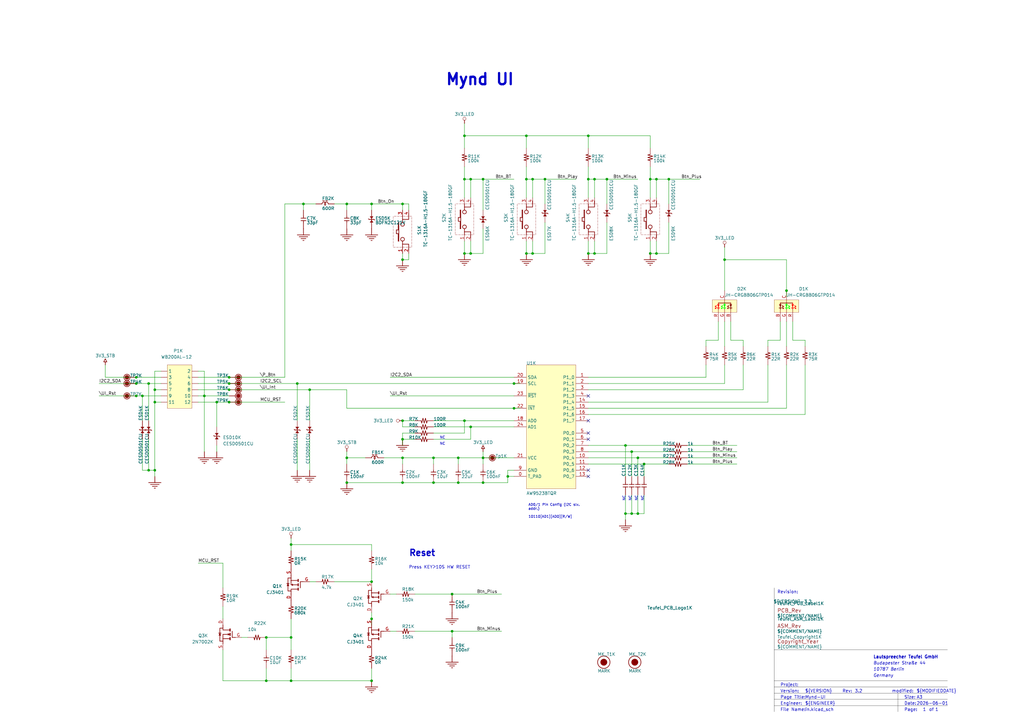
<source format=kicad_sch>
(kicad_sch (version 20231120) (generator "eeschema") (generator_version "8.0")
  (paper "A3")
  (title_block (title "Mynd-UI") (rev "3.2"))
  (lib_symbols
    (symbol "Mynd_UI-altium-import:3V3_LED_ARROW" (power)
      (property "Reference" "#PWR" (at 0 0 0))
      (property "Value" "3V3_LED" (at 0 3.81 0))
      (symbol "3V3_LED_ARROW_0_0"
        (pin power_in line (at 0 0 0) (length 0) hide (name "3V3_LED") (number ""))
      )
    )
    (symbol "Mynd_UI-altium-import:3V3_LED_CIRCLE" (power)
      (property "Reference" "#PWR" (at 0 0 0))
      (property "Value" "3V3_LED" (at 0 3.81 0))
      (symbol "3V3_LED_CIRCLE_0_0"
        (pin power_in line (at 0 0 0) (length 0) hide (name "3V3_LED") (number ""))
      )
    )
    (symbol "Mynd_UI-altium-import:3V3_STB_ARROW" (power)
      (property "Reference" "#PWR" (at 0 0 0))
      (property "Value" "3V3_STB" (at 0 3.81 0))
      (symbol "3V3_STB_ARROW_0_0"
        (pin power_in line (at 0 0 0) (length 0) hide (name "3V3_STB") (number ""))
      )
    )
    (symbol "Mynd_UI-altium-import:3V3_STB_CIRCLE" (power)
      (property "Reference" "#PWR" (at 0 0 0))
      (property "Value" "3V3_STB" (at 0 3.81 0))
      (symbol "3V3_STB_CIRCLE_0_0"
        (pin power_in line (at 0 0 0) (length 0) hide (name "3V3_STB") (number ""))
      )
    )
    (symbol "Mynd_UI-altium-import:GND_POWER_GROUND" (power)
      (property "Reference" "#PWR" (at 0 0 0))
      (property "Value" "GND" (at 0 6.35 0))
      (symbol "GND_POWER_GROUND_0_0"
        (pin power_in line (at 0 0 0) (length 0) hide (name "GND") (number ""))
      )
    )
    (symbol "Mynd_UI-altium-import:root_0_AW9523B"
      (symbol "root_0_AW9523B_1_0"
        (pin passive line (at -5.08 -45.72 0) (length 5.08) (name "T_PAD") (number "0"))
        (pin passive line (at 25.4 -5.08 180) (length 5.08) (name "P1_0") (number "1"))
        (pin passive line (at 25.4 -38.1 180) (length 5.08) (name "P0_4") (number "10"))
        (pin passive line (at 25.4 -40.64 180) (length 5.08) (name "P0_5") (number "11"))
        (pin passive line (at 25.4 -43.18 180) (length 5.08) (name "P0_6") (number "12"))
        (pin passive line (at 25.4 -45.72 180) (length 5.08) (name "P0_7") (number "13"))
        (pin passive line (at 25.4 -15.24 180) (length 5.08) (name "P1_4") (number "14"))
        (pin passive line (at 25.4 -17.78 180) (length 5.08) (name "P1_5") (number "15"))
        (pin passive line (at 25.4 -20.32 180) (length 5.08) (name "P1_6") (number "16"))
        (pin passive line (at 25.4 -22.86 180) (length 5.08) (name "P1_7") (number "17"))
        (pin passive line (at -5.08 -22.86 0) (length 5.08) (name "AD0") (number "18"))
        (pin passive line (at -5.08 -7.62 0) (length 5.08) (name "SCL") (number "19"))
        (pin passive line (at 25.4 -7.62 180) (length 5.08) (name "P1_1") (number "2"))
        (pin passive line (at -5.08 -5.08 0) (length 5.08) (name "SDA") (number "20"))
        (pin passive line (at -5.08 -38.1 0) (length 5.08) (name "VCC") (number "21"))
        (pin passive line (at -5.08 -17.78 0) (length 5.08) (name "~{INT}") (number "22"))
        (pin passive line (at -5.08 -12.7 0) (length 5.08) (name "~{RST}") (number "23"))
        (pin passive line (at -5.08 -25.4 0) (length 5.08) (name "AD1") (number "24"))
        (pin passive line (at 25.4 -10.16 180) (length 5.08) (name "P1_2") (number "3"))
        (pin passive line (at 25.4 -12.7 180) (length 5.08) (name "P1_3") (number "4"))
        (pin passive line (at 25.4 -27.94 180) (length 5.08) (name "P0_0") (number "5"))
        (pin passive line (at 25.4 -30.48 180) (length 5.08) (name "P0_1") (number "6"))
        (pin passive line (at 25.4 -33.02 180) (length 5.08) (name "P0_2") (number "7"))
        (pin passive line (at 25.4 -35.56 180) (length 5.08) (name "P0_3") (number "8"))
        (pin passive line (at -5.08 -43.18 0) (length 5.08) (name "GND") (number "9"))
      )
    )
    (symbol "Mynd_UI-altium-import:root_0_Bead1"
      (symbol "root_0_Bead1_1_0"
        (pin passive line (at 0 0 0) (length 2.54) (name "1") (number "1"))
        (pin passive line (at 7.62 0 180) (length 2.54) (name "2") (number "2"))
      )
    )
    (symbol "Mynd_UI-altium-import:root_0_CON 2X6P"
      (symbol "root_0_CON 2X6P_1_0"
        (pin passive line (at -2.54 -2.54 0) (length 2.54) (name "1") (number "1"))
        (pin passive line (at 12.7 -12.7 180) (length 2.54) (name "10") (number "10"))
        (pin passive line (at -2.54 -15.24 0) (length 2.54) (name "11") (number "11"))
        (pin passive line (at 12.7 -15.24 180) (length 2.54) (name "12") (number "12"))
        (pin passive line (at 12.7 -2.54 180) (length 2.54) (name "2") (number "2"))
        (pin passive line (at -2.54 -5.08 0) (length 2.54) (name "3") (number "3"))
        (pin passive line (at 12.7 -5.08 180) (length 2.54) (name "4") (number "4"))
        (pin passive line (at -2.54 -7.62 0) (length 2.54) (name "5") (number "5"))
        (pin passive line (at 12.7 -7.62 180) (length 2.54) (name "6") (number "6"))
        (pin passive line (at -2.54 -10.16 0) (length 2.54) (name "7") (number "7"))
        (pin passive line (at 12.7 -10.16 180) (length 2.54) (name "8") (number "8"))
        (pin passive line (at -2.54 -12.7 0) (length 2.54) (name "9") (number "9"))
      )
    )
    (symbol "Mynd_UI-altium-import:root_0_MARK"
      (symbol "root_0_MARK_1_0"
        (pin passive line (at 1.27 0 180) (length 1.27) (name "MK_B") (number "MK_B"))
        (pin passive line (at -1.27 0 0) (length 1.27) (name "MK_T") (number "MK_T"))
      )
    )
    (symbol "Mynd_UI-altium-import:root_0_RES1"
      (symbol "root_0_RES1_1_0"
        (pin passive line (at 0 0 0) (length 2.54) (name "1") (number "1"))
        (pin passive line (at 7.62 0 180) (length 2.54) (name "2") (number "2"))
      )
    )
    (symbol "Mynd_UI-altium-import:root_0_TP"
      (symbol "root_0_TP_1_0"
        (pin passive line (at 0 0 0) (length 2.54) (name "1") (number "1"))
      )
    )
    (symbol "Mynd_UI-altium-import:root_0_Teufel NoLogo")
    (symbol "Mynd_UI-altium-import:root_0_Teufel_ASM_Label"
      (symbol "root_0_Teufel_ASM_Label_1_0"
        (text "ASM_Rev" (at 0 0 0) (effects (font (size 1.524 1.524)) (justify left bottom)))
      )
    )
    (symbol "Mynd_UI-altium-import:root_0_Teufel_Copyright"
      (symbol "root_0_Teufel_Copyright_1_0"
        (text "Copyright_Year" (at 0 0 0) (effects (font (size 1.524 1.524)) (justify left bottom)))
      )
    )
    (symbol "Mynd_UI-altium-import:root_0_Teufel_PCB_Label"
      (symbol "root_0_Teufel_PCB_Label_1_0"
        (text "PCB_Rev" (at 0 0 0) (effects (font (size 1.524 1.524)) (justify left bottom)))
      )
    )
    (symbol "Mynd_UI-altium-import:root_0_mirrored_Bead1"
      (symbol "root_0_mirrored_Bead1_1_0"
        (pin passive line (at 0 0 180) (length 2.54) (name "1") (number "1"))
        (pin passive line (at -7.62 0 0) (length 2.54) (name "2") (number "2"))
      )
    )
    (symbol "Mynd_UI-altium-import:root_0_mirrored_N-MOS1"
      (symbol "root_0_mirrored_N-MOS1_1_0"
        (pin passive line (at -5.08 5.08 270) (length 2.54) (name "D") (number "D"))
        (pin passive line (at 2.54 -2.54 180) (length 2.54) (name "G") (number "G"))
        (pin passive line (at -5.08 -7.62 90) (length 2.54) (name "S") (number "S"))
      )
    )
    (symbol "Mynd_UI-altium-import:root_0_mirrored_RES1"
      (symbol "root_0_mirrored_RES1_1_0"
        (pin passive line (at 0 0 180) (length 2.54) (name "1") (number "1"))
        (pin passive line (at -7.62 0 0) (length 2.54) (name "2") (number "2"))
      )
    )
    (symbol "Mynd_UI-altium-import:root_0_mirrored_TP"
      (symbol "root_0_mirrored_TP_1_0"
        (pin passive line (at 0 0 180) (length 2.54) (name "1") (number "1"))
      )
    )
    (symbol "Mynd_UI-altium-import:root_1_CAP1"
      (symbol "root_1_CAP1_1_0"
        (pin passive line (at 0 0 90) (length 2.54) (name "1") (number "1"))
        (pin passive line (at 0 7.62 270) (length 2.54) (name "2") (number "2"))
      )
    )
    (symbol "Mynd_UI-altium-import:root_1_DIODE_BID_ESD2"
      (symbol "root_1_DIODE_BID_ESD2_1_0"
        (pin passive line (at 0 0 90) (length 2.54) (name "1") (number "1"))
        (pin passive line (at 0 7.62 270) (length 2.54) (name "2") (number "2"))
      )
    )
    (symbol "Mynd_UI-altium-import:root_1_RES1"
      (symbol "root_1_RES1_1_0"
        (pin passive line (at 0 0 90) (length 2.54) (name "1") (number "1"))
        (pin passive line (at 0 7.62 270) (length 2.54) (name "2") (number "2"))
      )
    )
    (symbol "Mynd_UI-altium-import:root_1_TACT_SW_A"
      (symbol "root_1_TACT_SW_A_1_0"
        (pin passive line (at 2.54 -2.54 90) (length 2.54) (name "1") (number "1"))
        (pin passive line (at 5.08 -2.54 90) (length 2.54) (name "2") (number "2"))
        (pin passive line (at 2.54 15.24 270) (length 2.54) (name "3") (number "3"))
        (pin passive line (at 5.08 15.24 270) (length 2.54) (name "4") (number "4"))
      )
    )
    (symbol "Mynd_UI-altium-import:root_1_mirrored_CAP1"
      (symbol "root_1_mirrored_CAP1_1_0"
        (pin passive line (at 0 0 90) (length 2.54) (name "1") (number "1"))
        (pin passive line (at 0 7.62 270) (length 2.54) (name "2") (number "2"))
      )
    )
    (symbol "Mynd_UI-altium-import:root_1_mirrored_RES1"
      (symbol "root_1_mirrored_RES1_1_0"
        (pin passive line (at 0 0 90) (length 2.54) (name "1") (number "1"))
        (pin passive line (at 0 7.62 270) (length 2.54) (name "2") (number "2"))
      )
    )
    (symbol "Mynd_UI-altium-import:root_2_P-MOS1"
      (symbol "root_2_P-MOS1_1_0"
        (pin passive line (at -5.08 -5.08 90) (length 2.54) (name "D") (number "D"))
        (pin passive line (at 2.54 2.54 180) (length 2.54) (name "G") (number "G"))
        (pin passive line (at -5.08 7.62 270) (length 2.54) (name "S") (number "S"))
      )
    )
    (symbol "Mynd_UI-altium-import:root_2_RES1"
      (symbol "root_2_RES1_1_0"
        (pin passive line (at 0 0 180) (length 2.54) (name "1") (number "1"))
        (pin passive line (at -7.62 0 0) (length 2.54) (name "2") (number "2"))
      )
    )
    (symbol "Mynd_UI-altium-import:root_3_CAP1"
      (symbol "root_3_CAP1_1_0"
        (pin passive line (at 0 0 270) (length 2.54) (name "1") (number "1"))
        (pin passive line (at 0 -7.62 90) (length 2.54) (name "2") (number "2"))
      )
    )
    (symbol "Mynd_UI-altium-import:root_3_LED_RGB_4P"
      (symbol "root_3_LED_RGB_4P_1_0"
        (pin passive line (at -7.62 -12.7 90) (length 5.08) (name "B") (number "B"))
        (pin passive line (at -5.08 0 270) (length 5.08) (name "C") (number "C"))
        (pin passive line (at -5.08 -12.7 90) (length 5.08) (name "G") (number "G"))
        (pin passive line (at -2.54 -12.7 90) (length 5.08) (name "R") (number "R"))
      )
    )
    (symbol "Mynd_UI-altium-import:root_3_RES1"
      (symbol "root_3_RES1_1_0"
        (pin passive line (at 0 0 270) (length 2.54) (name "1") (number "1"))
        (pin passive line (at 0 -7.62 90) (length 2.54) (name "2") (number "2"))
      )
    )
    (symbol "Mynd_UI-altium-import:root_3_mirrored_CAP1"
      (symbol "root_3_mirrored_CAP1_1_0"
        (pin passive line (at 0 0 270) (length 2.54) (name "1") (number "1"))
        (pin passive line (at 0 -7.62 90) (length 2.54) (name "2") (number "2"))
      )
    )
    (symbol "Mynd_UI-altium-import:root_3_mirrored_LED_RGB_4P"
      (symbol "root_3_mirrored_LED_RGB_4P_1_0"
        (pin passive line (at 7.62 -12.7 90) (length 5.08) (name "B") (number "B"))
        (pin passive line (at 5.08 0 270) (length 5.08) (name "C") (number "C"))
        (pin passive line (at 5.08 -12.7 90) (length 5.08) (name "G") (number "G"))
        (pin passive line (at 2.54 -12.7 90) (length 5.08) (name "R") (number "R"))
      )
    )
    (symbol "Mynd_UI-altium-import:root_3_mirrored_RES1"
      (symbol "root_3_mirrored_RES1_1_0"
        (pin passive line (at 0 0 270) (length 2.54) (name "1") (number "1"))
        (pin passive line (at 0 -7.62 90) (length 2.54) (name "2") (number "2"))
      )
    )
  )
  (junction (at 215.9 103.9622))
  (junction (at 266.7 103.9622))
  (junction (at 223.52 73.4822))
  (junction (at 93.98 154.7622))
  (junction (at 256.54 210.6422))
  (junction (at 142.24 197.9422))
  (junction (at 322.58 119.2022))
  (junction (at 261.62 210.6422))
  (junction (at 165.1 106.5022))
  (junction (at 193.04 103.9622))
  (junction (at 60.96 157.3022))
  (junction (at 63.5 159.8422))
  (junction (at 297.18 106.5022))
  (junction (at 190.5 172.5422))
  (junction (at 185.42 243.6622))
  (junction (at 109.22 261.4422))
  (junction (at 142.24 187.7822))
  (junction (at 187.96 187.7822))
  (junction (at 165.1 172.5422))
  (junction (at 218.44 73.4822))
  (junction (at 119.38 279.2222))
  (junction (at 165.1 197.9422))
  (junction (at 218.44 103.9622))
  (junction (at 193.04 73.4822))
  (junction (at 269.24 73.4822))
  (junction (at 243.84 103.9622))
  (junction (at 190.5 103.9622))
  (junction (at 58.42 162.3822))
  (junction (at 208.28 195.4022))
  (junction (at 127 159.8422))
  (junction (at 259.08 185.2422))
  (junction (at 264.16 190.3222))
  (junction (at 210.82 167.4622))
  (junction (at 256.54 182.7022))
  (junction (at 119.38 261.4422))
  (junction (at 241.3 103.9622))
  (junction (at 165.1 187.7822))
  (junction (at 60.96 192.8622))
  (junction (at 210.82 157.3022))
  (junction (at 93.98 157.3022))
  (junction (at 274.32 73.4822))
  (junction (at 152.4 83.6422))
  (junction (at 121.92 157.3022))
  (junction (at 198.12 73.4822))
  (junction (at 190.5 73.4822))
  (junction (at 215.9 55.7022))
  (junction (at 193.04 175.0822))
  (junction (at 190.5 55.7022))
  (junction (at 152.4 238.5822))
  (junction (at 93.98 159.8422))
  (junction (at 88.9 164.9222))
  (junction (at 187.96 197.9422))
  (junction (at 93.98 164.9222))
  (junction (at 185.42 258.9022))
  (junction (at 165.1 180.1622))
  (junction (at 152.4 253.8222))
  (junction (at 261.62 187.7822))
  (junction (at 63.5 164.9222))
  (junction (at 55.88 162.3822))
  (junction (at 248.92 73.4822))
  (junction (at 177.8 197.9422))
  (junction (at 152.4 279.2222))
  (junction (at 165.1 83.6422))
  (junction (at 124.46 83.6422))
  (junction (at 142.24 83.6422))
  (junction (at 266.7 73.4822))
  (junction (at 177.8 187.7822))
  (junction (at 83.82 162.3822))
  (junction (at 241.3 55.7022))
  (junction (at 198.12 187.7822))
  (junction (at 198.12 197.9422))
  (junction (at 259.08 210.6422))
  (junction (at 55.88 154.7622))
  (junction (at 55.88 157.3022))
  (junction (at 109.22 279.2222))
  (junction (at 63.5 192.8622))
  (junction (at 243.84 73.4822))
  (junction (at 215.9 73.4822))
  (junction (at 269.24 103.9622))
  (junction (at 119.38 223.3422))
  (junction (at 241.3 73.4822))
  (no_connect (at 241.3 177.6222))
  (no_connect (at 241.3 162.3822))
  (no_connect (at 241.3 195.4022))
  (no_connect (at 241.3 172.5422))
  (no_connect (at 241.3 180.1622))
  (no_connect (at 241.3 192.8622))
  (wire (pts (xy 304.8 149.6822) (xy 304.8 159.8422)))
  (wire (pts (xy 193.04 98.8822) (xy 193.04 103.9622)))
  (wire (pts (xy 322.58 142.0622) (xy 322.58 131.9022)))
  (wire (pts (xy 256.54 182.7022) (xy 274.32 182.7022)))
  (wire (pts (xy 177.8 197.9422) (xy 165.1 197.9422)))
  (polyline (pts (xy 317.5 284.3022) (xy 388.62 284.3022)) (stroke (width 0.0254) (type solid) (color 0 0 0 1)))
  (wire (pts (xy 177.8 172.5422) (xy 190.5 172.5422)))
  (wire (pts (xy 93.98 164.9222) (xy 116.84 164.9222)))
  (wire (pts (xy 88.9 175.0822) (xy 88.9 164.9222)))
  (wire (pts (xy 129.54 238.5822) (xy 127 238.5822)))
  (wire (pts (xy 152.4 233.5022) (xy 152.4 238.5822)))
  (wire (pts (xy 261.62 195.4022) (xy 261.62 187.7822)))
  (wire (pts (xy 330.2 170.0022) (xy 241.3 170.0022)))
  (wire (pts (xy 83.82 162.3822) (xy 93.98 162.3822)))
  (wire (pts (xy 236.22 73.4822) (xy 223.52 73.4822)))
  (wire (pts (xy 243.84 73.4822) (xy 248.92 73.4822)))
  (wire (pts (xy 190.5 172.5422) (xy 190.5 177.6222)))
  (wire (pts (xy 215.9 68.4022) (xy 215.9 73.4822)))
  (wire (pts (xy 193.04 73.4822) (xy 190.5 73.4822)))
  (wire (pts (xy 187.96 187.7822) (xy 187.96 190.3222)))
  (wire (pts (xy 137.16 83.6422) (xy 142.24 83.6422)))
  (wire (pts (xy 58.42 172.5422) (xy 58.42 162.3822)))
  (wire (pts (xy 299.72 139.5222) (xy 304.8 139.5222)))
  (wire (pts (xy 177.8 175.0822) (xy 193.04 175.0822)))
  (wire (pts (xy 297.18 119.2022) (xy 297.18 106.5022)))
  (wire (pts (xy 266.7 55.7022) (xy 241.3 55.7022)))
  (wire (pts (xy 215.9 103.9622) (xy 215.9 98.8822)))
  (wire (pts (xy 119.38 279.2222) (xy 109.22 279.2222)))
  (wire (pts (xy 127 172.5422) (xy 127 159.8422)))
  (wire (pts (xy 142.24 187.7822) (xy 149.86 187.7822)))
  (wire (pts (xy 213.36 157.3022) (xy 210.82 157.3022)))
  (wire (pts (xy 152.4 279.2222) (xy 152.4 274.1422)))
  (wire (pts (xy 269.24 81.1022) (xy 269.24 73.4822)))
  (wire (pts (xy 223.52 73.4822) (xy 223.52 83.6422)))
  (wire (pts (xy 266.7 60.7822) (xy 266.7 55.7022)))
  (wire (pts (xy 193.04 175.0822) (xy 210.82 175.0822)))
  (wire (pts (xy 58.42 192.8622) (xy 60.96 192.8622)))
  (wire (pts (xy 287.02 73.4822) (xy 274.32 73.4822)))
  (wire (pts (xy 289.56 149.6822) (xy 289.56 154.7622)))
  (wire (pts (xy 165.1 197.9422) (xy 142.24 197.9422)))
  (wire (pts (xy 208.28 195.4022) (xy 210.82 195.4022)))
  (wire (pts (xy 119.38 279.2222) (xy 119.38 274.1422)))
  (wire (pts (xy 83.82 162.3822) (xy 83.82 185.2422)))
  (wire (pts (xy 152.4 279.2222) (xy 119.38 279.2222)))
  (wire (pts (xy 119.38 266.5222) (xy 119.38 261.4422)))
  (wire (pts (xy 93.98 157.3022) (xy 81.28 157.3022)))
  (wire (pts (xy 63.5 164.9222) (xy 63.5 192.8622)))
  (wire (pts (xy 241.3 185.2422) (xy 259.08 185.2422)))
  (wire (pts (xy 187.96 197.9422) (xy 177.8 197.9422)))
  (wire (pts (xy 264.16 190.3222) (xy 274.32 190.3222)))
  (wire (pts (xy 165.1 180.1622) (xy 165.1 182.7022)))
  (wire (pts (xy 93.98 159.8422) (xy 81.28 159.8422)))
  (wire (pts (xy 223.52 91.2622) (xy 223.52 103.9622)))
  (wire (pts (xy 55.88 154.7622) (xy 43.18 154.7622)))
  (wire (pts (xy 142.24 185.2422) (xy 142.24 187.7822)))
  (wire (pts (xy 170.18 175.0822) (xy 165.1 175.0822)))
  (wire (pts (xy 241.3 182.7022) (xy 256.54 182.7022)))
  (wire (pts (xy 165.1 180.1622) (xy 170.18 180.1622)))
  (wire (pts (xy 55.88 162.3822) (xy 58.42 162.3822)))
  (wire (pts (xy 91.44 279.2222) (xy 91.44 266.5222)))
  (wire (pts (xy 58.42 180.1622) (xy 58.42 192.8622)))
  (wire (pts (xy 261.62 187.7822) (xy 274.32 187.7822)))
  (wire (pts (xy 91.44 253.8222) (xy 91.44 248.7422)))
  (wire (pts (xy 121.92 157.3022) (xy 93.98 157.3022)))
  (wire (pts (xy 259.08 195.4022) (xy 259.08 185.2422)))
  (wire (pts (xy 241.3 73.4822) (xy 241.3 68.4022)))
  (wire (pts (xy 297.18 106.5022) (xy 297.18 101.4222)))
  (wire (pts (xy 190.5 103.9622) (xy 190.5 98.8822)))
  (polyline (pts (xy 317.5 279.2222) (xy 388.62 279.2222)) (stroke (width 0.0254) (type solid) (color 0 0 0 1)))
  (wire (pts (xy 190.5 172.5422) (xy 210.82 172.5422)))
  (wire (pts (xy 302.26 187.7822) (xy 281.94 187.7822)))
  (wire (pts (xy 190.5 81.1022) (xy 190.5 73.4822)))
  (wire (pts (xy 261.62 210.6422) (xy 259.08 210.6422)))
  (wire (pts (xy 241.3 81.1022) (xy 241.3 73.4822)))
  (wire (pts (xy 162.56 243.6622) (xy 160.02 243.6622)))
  (wire (pts (xy 330.2 149.6822) (xy 330.2 170.0022)))
  (wire (pts (xy 218.44 103.9622) (xy 215.9 103.9622)))
  (wire (pts (xy 256.54 210.6422) (xy 256.54 203.0222)))
  (wire (pts (xy 210.82 157.3022) (xy 121.92 157.3022)))
  (wire (pts (xy 198.12 73.4822) (xy 193.04 73.4822)))
  (wire (pts (xy 193.04 103.9622) (xy 190.5 103.9622)))
  (wire (pts (xy 193.04 180.1622) (xy 177.8 180.1622)))
  (wire (pts (xy 63.5 192.8622) (xy 63.5 195.4022)))
  (wire (pts (xy 325.12 131.9022) (xy 325.12 139.5222)))
  (wire (pts (xy 266.7 73.4822) (xy 266.7 81.1022)))
  (wire (pts (xy 60.96 172.5422) (xy 60.96 157.3022)))
  (wire (pts (xy 193.04 81.1022) (xy 193.04 73.4822)))
  (wire (pts (xy 314.96 139.5222) (xy 314.96 142.0622)))
  (wire (pts (xy 269.24 103.9622) (xy 266.7 103.9622)))
  (wire (pts (xy 210.82 192.8622) (xy 208.28 192.8622)))
  (wire (pts (xy 129.54 83.6422) (xy 124.46 83.6422)))
  (wire (pts (xy 170.18 243.6622) (xy 185.42 243.6622)))
  (wire (pts (xy 63.5 152.2222) (xy 66.04 152.2222)))
  (wire (pts (xy 198.12 185.2422) (xy 198.12 187.7822)))
  (wire (pts (xy 165.1 187.7822) (xy 177.8 187.7822)))
  (polyline (pts (xy 368.3 291.9222) (xy 368.3 284.3022)) (stroke (width 0.0254) (type solid) (color 0 0 0 1)))
  (wire (pts (xy 185.42 261.4422) (xy 185.42 258.9022)))
  (wire (pts (xy 210.82 167.4622) (xy 142.24 167.4622)))
  (wire (pts (xy 248.92 91.2622) (xy 248.92 103.9622)))
  (wire (pts (xy 88.9 164.9222) (xy 93.98 164.9222)))
  (wire (pts (xy 187.96 187.7822) (xy 198.12 187.7822)))
  (wire (pts (xy 302.26 190.3222) (xy 281.94 190.3222)))
  (wire (pts (xy 330.2 139.5222) (xy 330.2 142.0622)))
  (wire (pts (xy 243.84 81.1022) (xy 243.84 73.4822)))
  (wire (pts (xy 299.72 131.9022) (xy 299.72 139.5222)))
  (wire (pts (xy 167.64 83.6422) (xy 167.64 86.1822)))
  (wire (pts (xy 91.44 241.1222) (xy 91.44 230.9622)))
  (wire (pts (xy 198.12 73.4822) (xy 198.12 86.1822)))
  (wire (pts (xy 88.9 185.2422) (xy 88.9 182.7022)))
  (wire (pts (xy 60.96 192.8622) (xy 63.5 192.8622)))
  (wire (pts (xy 243.84 98.8822) (xy 243.84 103.9622)))
  (wire (pts (xy 269.24 73.4822) (xy 266.7 73.4822)))
  (wire (pts (xy 119.38 223.3422) (xy 119.38 225.8822)))
  (wire (pts (xy 241.3 157.3022) (xy 297.18 157.3022)))
  (wire (pts (xy 165.1 86.1822) (xy 165.1 83.6422)))
  (wire (pts (xy 208.28 192.8622) (xy 208.28 195.4022)))
  (polyline (pts (xy 317.5 286.8422) (xy 388.62 286.8422)) (stroke (width 0.0254) (type solid) (color 0 0 0 1)))
  (wire (pts (xy 165.1 83.6422) (xy 167.64 83.6422)))
  (wire (pts (xy 210.82 162.3822) (xy 160.02 162.3822)))
  (wire (pts (xy 269.24 98.8822) (xy 269.24 103.9622)))
  (wire (pts (xy 325.12 139.5222) (xy 330.2 139.5222)))
  (wire (pts (xy 274.32 73.4822) (xy 274.32 83.6422)))
  (wire (pts (xy 109.22 261.4422) (xy 119.38 261.4422)))
  (polyline (pts (xy 317.5 291.9222) (xy 317.5 266.5222)) (stroke (width 0.0254) (type solid) (color 0 0 0 1)))
  (wire (pts (xy 152.4 83.6422) (xy 165.1 83.6422)))
  (wire (pts (xy 66.04 159.8422) (xy 63.5 159.8422)))
  (wire (pts (xy 320.04 131.9022) (xy 320.04 139.5222)))
  (wire (pts (xy 142.24 167.4622) (xy 142.24 159.8422)))
  (wire (pts (xy 256.54 195.4022) (xy 256.54 182.7022)))
  (wire (pts (xy 259.08 210.6422) (xy 256.54 210.6422)))
  (wire (pts (xy 66.04 154.7622) (xy 55.88 154.7622)))
  (wire (pts (xy 210.82 73.4822) (xy 198.12 73.4822)))
  (wire (pts (xy 190.5 73.4822) (xy 190.5 68.4022)))
  (wire (pts (xy 190.5 60.7822) (xy 190.5 55.7022)))
  (wire (pts (xy 198.12 93.8022) (xy 198.12 103.9622)))
  (wire (pts (xy 205.74 258.9022) (xy 185.42 258.9022)))
  (wire (pts (xy 177.8 187.7822) (xy 177.8 190.3222)))
  (wire (pts (xy 127 192.8622) (xy 127 180.1622)))
  (wire (pts (xy 109.22 279.2222) (xy 91.44 279.2222)))
  (wire (pts (xy 162.56 258.9022) (xy 160.02 258.9022)))
  (wire (pts (xy 185.42 258.9022) (xy 170.18 258.9022)))
  (polyline (pts (xy 317.5 289.3822) (xy 388.62 289.3822)) (stroke (width 0.0254) (type solid) (color 0 0 0 1)))
  (wire (pts (xy 142.24 83.6422) (xy 152.4 83.6422)))
  (wire (pts (xy 243.84 103.9622) (xy 241.3 103.9622)))
  (wire (pts (xy 261.62 203.0222) (xy 261.62 210.6422)))
  (wire (pts (xy 58.42 162.3822) (xy 66.04 162.3822)))
  (wire (pts (xy 248.92 103.9622) (xy 243.84 103.9622)))
  (wire (pts (xy 152.4 238.5822) (xy 137.16 238.5822)))
  (wire (pts (xy 218.44 73.4822) (xy 215.9 73.4822)))
  (wire (pts (xy 83.82 152.2222) (xy 81.28 152.2222)))
  (wire (pts (xy 241.3 190.3222) (xy 264.16 190.3222)))
  (wire (pts (xy 241.3 167.4622) (xy 322.58 167.4622)))
  (wire (pts (xy 170.18 172.5422) (xy 165.1 172.5422)))
  (wire (pts (xy 160.02 154.7622) (xy 210.82 154.7622)))
  (wire (pts (xy 43.18 154.7622) (xy 43.18 149.6822)))
  (wire (pts (xy 119.38 223.3422) (xy 152.4 223.3422)))
  (wire (pts (xy 259.08 203.0222) (xy 259.08 210.6422)))
  (wire (pts (xy 55.88 157.3022) (xy 40.64 157.3022)))
  (wire (pts (xy 264.16 195.4022) (xy 264.16 190.3222)))
  (wire (pts (xy 142.24 187.7822) (xy 142.24 190.3222)))
  (wire (pts (xy 266.7 68.4022) (xy 266.7 73.4822)))
  (wire (pts (xy 215.9 73.4822) (xy 215.9 81.1022)))
  (wire (pts (xy 314.96 164.9222) (xy 241.3 164.9222)))
  (wire (pts (xy 243.84 73.4822) (xy 241.3 73.4822)))
  (wire (pts (xy 208.28 197.9422) (xy 198.12 197.9422)))
  (wire (pts (xy 157.48 187.7822) (xy 165.1 187.7822)))
  (polyline (pts (xy 317.5 281.7622) (xy 388.62 281.7622)) (stroke (width 0.0254) (type solid) (color 0 0 0 1)))
  (wire (pts (xy 274.32 103.9622) (xy 269.24 103.9622)))
  (wire (pts (xy 91.44 230.9622) (xy 81.28 230.9622)))
  (wire (pts (xy 190.5 55.7022) (xy 215.9 55.7022)))
  (wire (pts (xy 121.92 192.8622) (xy 121.92 180.1622)))
  (wire (pts (xy 109.22 279.2222) (xy 109.22 274.1422)))
  (wire (pts (xy 177.8 187.7822) (xy 187.96 187.7822)))
  (wire (pts (xy 170.18 177.6222) (xy 165.1 177.6222)))
  (wire (pts (xy 322.58 119.2022) (xy 322.58 106.5022)))
  (wire (pts (xy 55.88 162.3822) (xy 40.64 162.3822)))
  (wire (pts (xy 116.84 83.6422) (xy 116.84 154.7622)))
  (wire (pts (xy 152.4 223.3422) (xy 152.4 225.8822)))
  (wire (pts (xy 289.56 154.7622) (xy 241.3 154.7622)))
  (wire (pts (xy 93.98 154.7622) (xy 81.28 154.7622)))
  (wire (pts (xy 121.92 172.5422) (xy 121.92 157.3022)))
  (wire (pts (xy 241.3 60.7822) (xy 241.3 55.7022)))
  (wire (pts (xy 264.16 210.6422) (xy 261.62 210.6422)))
  (wire (pts (xy 256.54 213.1822) (xy 256.54 210.6422)))
  (wire (pts (xy 142.24 159.8422) (xy 127 159.8422)))
  (wire (pts (xy 124.46 83.6422) (xy 116.84 83.6422)))
  (wire (pts (xy 259.08 185.2422) (xy 274.32 185.2422)))
  (wire (pts (xy 81.28 162.3822) (xy 83.82 162.3822)))
  (wire (pts (xy 274.32 91.2622) (xy 274.32 103.9622)))
  (wire (pts (xy 198.12 103.9622) (xy 193.04 103.9622)))
  (wire (pts (xy 215.9 55.7022) (xy 241.3 55.7022)))
  (wire (pts (xy 320.04 139.5222) (xy 314.96 139.5222)))
  (wire (pts (xy 241.3 187.7822) (xy 261.62 187.7822)))
  (wire (pts (xy 119.38 261.4422) (xy 119.38 253.8222)))
  (wire (pts (xy 198.12 187.7822) (xy 198.12 190.3222)))
  (wire (pts (xy 322.58 121.7422) (xy 322.58 119.2022)))
  (wire (pts (xy 165.1 106.5022) (xy 165.1 103.9622)))
  (wire (pts (xy 215.9 60.7822) (xy 215.9 55.7022)))
  (wire (pts (xy 190.5 55.7022) (xy 190.5 50.6222)))
  (wire (pts (xy 264.16 203.0222) (xy 264.16 210.6422)))
  (wire (pts (xy 302.26 185.2422) (xy 281.94 185.2422)))
  (wire (pts (xy 66.04 157.3022) (xy 60.96 157.3022)))
  (wire (pts (xy 274.32 73.4822) (xy 269.24 73.4822)))
  (wire (pts (xy 304.8 159.8422) (xy 241.3 159.8422)))
  (wire (pts (xy 116.84 154.7622) (xy 93.98 154.7622)))
  (wire (pts (xy 99.06 261.4422) (xy 101.6 261.4422)))
  (wire (pts (xy 193.04 175.0822) (xy 193.04 180.1622)))
  (wire (pts (xy 304.8 139.5222) (xy 304.8 142.0622)))
  (wire (pts (xy 208.28 195.4022) (xy 208.28 197.9422)))
  (polyline (pts (xy 317.5 266.5222) (xy 388.62 266.5222)) (stroke (width 0.0254) (type solid) (color 0 0 0 1)))
  (wire (pts (xy 167.64 106.5022) (xy 165.1 106.5022)))
  (wire (pts (xy 185.42 243.6622) (xy 205.74 243.6622)))
  (wire (pts (xy 142.24 86.1822) (xy 142.24 83.6422)))
  (wire (pts (xy 198.12 197.9422) (xy 187.96 197.9422)))
  (wire (pts (xy 60.96 180.1622) (xy 60.96 192.8622)))
  (wire (pts (xy 218.44 81.1022) (xy 218.44 73.4822)))
  (wire (pts (xy 223.52 103.9622) (xy 218.44 103.9622)))
  (wire (pts (xy 289.56 139.5222) (xy 289.56 142.0622)))
  (wire (pts (xy 297.18 157.3022) (xy 297.18 149.6822)))
  (wire (pts (xy 241.3 103.9622) (xy 241.3 98.8822)))
  (wire (pts (xy 294.64 139.5222) (xy 289.56 139.5222)))
  (wire (pts (xy 167.64 103.9622) (xy 167.64 106.5022)))
  (polyline (pts (xy 317.5 266.5222) (xy 317.5 241.1222)) (stroke (width 0.0254) (type solid) (color 0 0 0 1)))
  (wire (pts (xy 190.5 177.6222) (xy 177.8 177.6222)))
  (wire (pts (xy 63.5 164.9222) (xy 66.04 164.9222)))
  (wire (pts (xy 322.58 167.4622) (xy 322.58 149.6822)))
  (wire (pts (xy 248.92 73.4822) (xy 248.92 83.6422)))
  (wire (pts (xy 109.22 266.5222) (xy 109.22 261.4422)))
  (wire (pts (xy 124.46 86.1822) (xy 124.46 83.6422)))
  (wire (pts (xy 314.96 149.6822) (xy 314.96 164.9222)))
  (wire (pts (xy 60.96 157.3022) (xy 55.88 157.3022)))
  (wire (pts (xy 63.5 159.8422) (xy 63.5 152.2222)))
  (wire (pts (xy 152.4 253.8222) (xy 152.4 251.2822)))
  (wire (pts (xy 302.26 182.7022) (xy 281.94 182.7022)))
  (wire (pts (xy 119.38 220.8022) (xy 119.38 223.3422)))
  (wire (pts (xy 297.18 142.0622) (xy 297.18 131.9022)))
  (wire (pts (xy 165.1 177.6222) (xy 165.1 180.1622)))
  (wire (pts (xy 294.64 131.9022) (xy 294.64 139.5222)))
  (wire (pts (xy 165.1 187.7822) (xy 165.1 190.3222)))
  (wire (pts (xy 83.82 162.3822) (xy 83.82 152.2222)))
  (wire (pts (xy 218.44 98.8822) (xy 218.44 103.9622)))
  (wire (pts (xy 165.1 175.0822) (xy 165.1 172.5422)))
  (wire (pts (xy 127 159.8422) (xy 93.98 159.8422)))
  (wire (pts (xy 248.92 73.4822) (xy 261.62 73.4822)))
  (wire (pts (xy 152.4 256.3622) (xy 152.4 253.8222)))
  (wire (pts (xy 81.28 164.9222) (xy 88.9 164.9222)))
  (wire (pts (xy 198.12 187.7822) (xy 210.82 187.7822)))
  (wire (pts (xy 152.4 83.6422) (xy 152.4 86.1822)))
  (wire (pts (xy 322.58 106.5022) (xy 297.18 106.5022)))
  (wire (pts (xy 63.5 159.8422) (xy 63.5 164.9222)))
  (wire (pts (xy 223.52 73.4822) (xy 218.44 73.4822)))
  (wire (pts (xy 266.7 103.9622) (xy 266.7 98.8822)))
  (wire (pts (xy 213.36 167.4622) (xy 210.82 167.4622)))
  (text_box "AD0/1 Pin Config (I2C slv. addr.)\n\n10110[AD1][AD0][R/W]" (at 241.3 205.5622 0) (size -25.4 7.62) (stroke (width -0.0001) (color 0 0 0 1)) (fill (type color) (color 255 255 255 1)) (effects (font (size 1.016 1.016)) (justify left top)))
  (text "${MODIFIEDDATE}" (at 375.92 284.3022 0) (effects (font (size 1.27 1.27)) (justify left bottom)))
  (text "Project:" (at 320.04 281.7622 0) (effects (font (size 1.27 1.27)) (justify left bottom)))
  (text "${##}" (at 383.54 291.9222 0) (effects (font (size 1.27 1.27)) (justify left bottom)))
  (text "${#}" (at 378.46 291.9222 0) (effects (font (size 1.27 1.27)) (justify left bottom)))
  (text "Mynd UI" (at 196.85 35.3822 0) (effects (font (size 4.572 4.572) (thickness 0.9144) (bold yes)) (justify bottom)))
  (text "Page:" (at 370.84 291.9222 0) (effects (font (size 1.27 1.27)) (justify left bottom)))
  (text "Budapester Straße 44" (at 358.14 272.8722 0) (effects (font (size 1.27 1.27) (italic yes)) (justify left bottom)))
  (text "NC" (at 256.54 205.5622 90) (effects (font (size 1.016 1.016)) (justify left bottom)))
  (text "NC" (at 180.34 180.1622 0) (effects (font (size 1.016 1.016)) (justify left bottom)))
  (text "Reset" (at 167.64 228.4222 0) (effects (font (size 2.54 2.54) (thickness 0.508) (bold yes)) (justify left bottom)))
  (text "10787 Berlin" (at 358.14 275.4122 0) (effects (font (size 1.27 1.27) (italic yes)) (justify left bottom)))
  (text "Size:" (at 370.84 286.8422 0) (effects (font (size 1.27 1.27)) (justify left bottom)))
  (text "NC" (at 180.34 182.7022 0) (effects (font (size 1.016 1.016)) (justify left bottom)))
  (text "${VERSION}" (at 330.2 284.3022 0) (effects (font (size 1.27 1.27)) (justify left bottom)))
  (text "NC" (at 261.62 205.5622 90) (effects (font (size 1.016 1.016)) (justify left bottom)))
  (text "A3" (at 375.92 286.8422 0) (effects (font (size 1.27 1.27)) (justify left bottom)))
  (text "Revision:" (at 318.77 243.6622 0) (effects (font (size 1.27 1.27)) (justify left bottom)))
  (text "Engineer:" (at 320.04 289.3822 0) (effects (font (size 1.27 1.27)) (justify left bottom)))
  (text "NC" (at 264.16 205.5622 90) (effects (font (size 1.016 1.016)) (justify left bottom)))
  (text "Page Title:" (at 320.04 286.8422 0) (effects (font (size 1.27 1.27)) (justify left bottom)))
  (text "${REVISION}" (at 350.52 284.3022 0) (effects (font (size 1.27 1.27)) (justify left bottom)))
  (text "Press KEY＞10S HW RESET" (at 167.64 233.5022 0) (effects (font (size 1.27 1.27)) (justify left bottom)))
  (text "Version:" (at 320.04 284.3022 0) (effects (font (size 1.27 1.27)) (justify left bottom)))
  (text "of" (at 381 291.9222 0) (effects (font (size 1.27 1.27)) (justify left bottom)))
  (text "Rev:" (at 345.44 284.3022 0) (effects (font (size 1.27 1.27)) (justify left bottom)))
  (text "Lautspreecher Teufel GmbH" (at 358.14 270.3322 0) (effects (font (size 1.27 1.27) (thickness 0.254) (bold yes)) (justify left bottom)))
  (text "modified:" (at 365.76 284.3022 0) (effects (font (size 1.27 1.27)) (justify left bottom)))
  (text "File Name:" (at 320.04 291.9222 0) (effects (font (size 1.27 1.27)) (justify left bottom)))
  (text "NC" (at 259.08 205.5622 90) (effects (font (size 1.016 1.016)) (justify left bottom)))
  (text "Date:" (at 370.84 289.3822 0) (effects (font (size 1.27 1.27)) (justify left bottom)))
  (text "${PROJECTNAME}" (at 330.2 281.7622 0) (effects (font (size 1.27 1.27)) (justify left bottom)))
  (text "${TITLE}" (at 330.2 286.8422 0) (effects (font (size 1.27 1.27)) (justify left bottom)))
  (text "${FILENAME}" (at 330.2 291.9222 0) (effects (font (size 1.27 1.27)) (justify left bottom)))
  (text "${ENGINEER}" (at 330.2 289.3822 0) (effects (font (size 1.27 1.27)) (justify left bottom)))
  (text "Germany" (at 358.14 277.9522 0) (effects (font (size 1.27 1.27) (italic yes)) (justify left bottom)))
  (text "${CURRENT_DATE}" (at 375.92 289.3822 0) (effects (font (size 1.27 1.27)) (justify left bottom)))
  (label "Btn_Minus" (at 195.58 258.9022 0))
  (label "Btn_Play" (at 228.6 73.4822 0))
  (label "\\P_Btn" (at 106.68 154.7622 0))
  (label "MCU_RST" (at 81.28 230.9622 0))
  (label "Btn_Play" (at 292.1 185.2422 0))
  (label "Btn_Plus" (at 195.58 243.6622 0))
  (label "Btn_On" (at 154.94 83.6422 0))
  (label "Btn_Minus" (at 251.46 73.4822 0))
  (label "\\UI_Rst" (at 160.02 162.3822 0))
  (label "MCU_RST" (at 106.68 164.9222 0))
  (label "Btn_Plus" (at 292.1 190.3222 0))
  (label "\\UI_Rst" (at 40.64 162.3822 0))
  (label "I2C2_SDA" (at 160.02 154.7622 0))
  (label "Btn_BT" (at 203.2 73.4822 0))
  (label "Btn_Minus" (at 292.1 187.7822 0))
  (label "Btn_BT" (at 292.1 182.7022 0))
  (label "I2C2_SCL" (at 106.68 157.3022 0))
  (label "\\UI_Int" (at 106.68 159.8422 0))
  (label "Btn_Plus" (at 279.4 73.4822 0))
  (label "I2C2_SDA" (at 40.64 157.3022 0))
  (symbol (lib_id "Mynd_UI-altium-import:GND_POWER_GROUND") (at 185.42 251.2822 0) (unit 1)
    (property "Reference" "#PWR?" (effects (hide yes)))
    (property "Value" "GND" (effects (hide yes)))
  )
  (symbol (lib_id "Mynd_UI-altium-import:GND_POWER_GROUND") (at 241.3 103.9622 0) (unit 1)
    (property "Reference" "#PWR?" (effects (hide yes)))
    (property "Value" "GND" (effects (hide yes)))
  )
  (symbol (lib_id "Mynd_UI-altium-import:root_0_mirrored_Bead1") (at 157.48 187.7822 0) (unit 1)
    (property "Reference" "FB1K" (at 152.4 186.2582 0) (effects (justify left bottom)))
    (property "Value" "${ALTIUM_VALUE}" (at 152.4 190.3222 0) (effects (justify left bottom)))
    (property "Footprint" "L0603" (effects (hide yes)))
    (property "Description" "PS SMD FERRITE BEAD 600OHM 25% 0603" (effects (hide yes)))
    (property "MANUFACTURER" "[TSA]" (effects (hide yes)))
    (property "CURRENT" "0.5A" (effects (hide yes)))
    (property "TOLERANCE" "1:25%" (effects (hide yes)))
    (property "FREQUENCY" "100MHz" (effects (hide yes)))
    (property "PART_NUMBER" "FCM1608KF-601T05" (effects (hide yes)))
    (property "PART_TYPE" "Ferrite Bead SMT" (effects (hide yes)))
    (property "ALTIUM_VALUE" "600R" (effects (hide yes)))
  )
  (symbol (lib_id "Mynd_UI-altium-import:GND_POWER_GROUND") (at 190.5 103.9622 0) (unit 1)
    (property "Reference" "#PWR?" (effects (hide yes)))
    (property "Value" "GND" (effects (hide yes)))
  )
  (symbol (lib_id "Mynd_UI-altium-import:root_0_Teufel_PCB_Label") (at 318.77 251.2822 0) (unit 1)
    (property "Reference" "Teufel_PCB_Label1K" (at 318.77 248.2342 0) (effects (justify left bottom)))
    (property "Value" "${COMMENT/NAME}" (at 318.77 253.3142 0) (effects (justify left bottom)))
    (property "Footprint" "Teufel_PCB_Rev" (effects (hide yes)))
    (property "Description" "Teufel_PCB_Label" (effects (hide yes)))
  )
  (symbol (lib_id "Mynd_UI-altium-import:root_0_RES1") (at 274.32 187.7822 0) (unit 1)
    (property "Reference" "R27K" (at 271.78 187.7822 0) (effects (justify left bottom)))
    (property "Value" "${ALTIUM_VALUE}" (at 281.94 187.7822 0) (effects (justify left bottom)))
    (property "Footprint" "R0603" (effects (hide yes)))
    (property "Description" "GPHF SMD RES. 1KOHM 1/10W 1% 0603" (effects (hide yes)))
    (property "MANUFACTURER" "Multi-Sourced" (effects (hide yes)))
    (property "TOLERANCE" "1%" (effects (hide yes)))
    (property "WATTAGE" "1/10W" (effects (hide yes)))
    (property "PART_NUMBER" "Generic" (effects (hide yes)))
    (property "PART_TYPE" "Resistor SMT" (effects (hide yes)))
    (property "TEMP_COEFFICIENT" "150ppm" (effects (hide yes)))
    (property "ALTIUM_VALUE" "1k" (effects (hide yes)))
  )
  (symbol (lib_id "Mynd_UI-altium-import:root_0_TP") (at 93.98 164.9222 0) (unit 1)
    (property "Reference" "TP9K" (at 88.9 164.9222 0) (effects (justify left bottom)))
    (property "Value" "TP12" (effects (hide yes)))
    (property "Footprint" "TP120" (effects (hide yes)))
    (property "Description" "Test Point" (effects (hide yes)))
    (property "DESIGN ITEM ID" "TP" (effects (hide yes)))
  )
  (symbol (lib_id "Mynd_UI-altium-import:root_2_P-MOS1") (at 157.48 261.4422 0) (unit 1)
    (property "Reference" "Q4K" (at 144.78 261.4422 0) (effects (justify left bottom)))
    (property "Value" "${ALTIUM_VALUE}" (at 142.24 263.9822 0) (effects (justify left bottom)))
    (property "Footprint" "SOT23-GSD" (effects (hide yes)))
    (property "Description" "GPHF SMD FET 3P -30V SOT-23 CJ3401 CJ" (effects (hide yes)))
    (property "CURRENT" "-4.2V" (effects (hide yes)))
    (property "MANUFACTURER" "CJ" (effects (hide yes)))
    (property "PART_NUMBER" "CJ3401" (effects (hide yes)))
    (property "PART_TYPE" "Semiconductor Transistor SMT" (effects (hide yes)))
    (property "VOLTAGE" "-30" (effects (hide yes)))
    (property "ALTIUM_VALUE" "${PART_NUMBER}" (effects (hide yes)))
  )
  (symbol (lib_id "Mynd_UI-altium-import:3V3_STB_CIRCLE") (at 142.24 185.2422 180) (unit 1)
    (property "Reference" "#PWR?" (effects (hide yes)))
    (property "Value" "3V3_STB" (at 142.24 181.4322 0))
  )
  (symbol (lib_id "Mynd_UI-altium-import:root_3_CAP1") (at 264.16 195.4022 0) (unit 1)
    (property "Reference" "C14K" (at 264.16 195.4022 90) (effects (justify left bottom)))
    (property "Value" "${ALTIUM_VALUE}" (effects (hide yes)))
    (property "Footprint" "C0603X100" (effects (hide yes)))
    (property "Description" "GPHF SMD M CAP 100nF 16V ±10%  0603 X7R" (effects (hide yes)))
    (property "MANUFACTURER" "Multi-Sourced" (effects (hide yes)))
    (property "TOLERANCE" "±10%" (effects (hide yes)))
    (property "VOLTAGE" "16V" (effects (hide yes)))
    (property "PART_NUMBER" "Generic" (effects (hide yes)))
    (property "PART_TYPE" "Capacitor ceramic SMT" (effects (hide yes)))
    (property "TEMP_COEFFICIENT" "X7R" (effects (hide yes)))
    (property "ALTIUM_VALUE" "NC" (effects (hide yes)))
  )
  (symbol (lib_id "Mynd_UI-altium-import:root_3_mirrored_CAP1") (at 185.42 243.6622 0) (unit 1)
    (property "Reference" "C4K" (at 186.69 247.7262 0) (effects (justify left bottom)))
    (property "Value" "${ALTIUM_VALUE}" (at 186.69 249.5042 0) (effects (justify left bottom)))
    (property "Footprint" "C0603X100" (effects (hide yes)))
    (property "Description" "GPHF SMD M CAP 100nF 16V ±10%  0603 X7R" (effects (hide yes)))
    (property "MANUFACTURER" "Multi-Sourced" (effects (hide yes)))
    (property "VOLTAGE" "16V" (effects (hide yes)))
    (property "TOLERANCE" "±10%" (effects (hide yes)))
    (property "PART_NUMBER" "Generic" (effects (hide yes)))
    (property "PART_TYPE" "Capacitor ceramic SMT" (effects (hide yes)))
    (property "TEMP_COEFFICIENT" "X7R" (effects (hide yes)))
    (property "ALTIUM_VALUE" "100nF" (effects (hide yes)))
  )
  (symbol (lib_id "Mynd_UI-altium-import:GND_POWER_GROUND") (at 124.46 93.8022 0) (unit 1)
    (property "Reference" "#PWR?" (effects (hide yes)))
    (property "Value" "GND" (effects (hide yes)))
  )
  (symbol (lib_id "Mynd_UI-altium-import:root_0_mirrored_TP") (at 55.88 162.3822 0) (unit 1)
    (property "Reference" "TP7K" (at 53.34 162.3822 0) (effects (justify left bottom)))
    (property "Value" "TP12" (effects (hide yes)))
    (property "Footprint" "TP120" (effects (hide yes)))
    (property "Description" "Test Point" (effects (hide yes)))
    (property "DESIGN ITEM ID" "TP" (effects (hide yes)))
  )
  (symbol (lib_id "Mynd_UI-altium-import:root_1_DIODE_BID_ESD2") (at 121.92 180.1622 0) (unit 1)
    (property "Reference" "ESD2K" (at 121.92 172.5422 90) (effects (justify left bottom)))
    (property "Value" "${ALTIUM_VALUE}" (at 121.92 190.3222 90) (effects (justify left bottom)))
    (property "Footprint" "DFN2_100X60X50_65" (effects (hide yes)))
    (property "Description" "SMD TVS 2P 5.5 DFN1006 CESD0501CU CTE" (effects (hide yes)))
    (property "MANUFACTURER" "CTE" (effects (hide yes)))
    (property "PART_NUMBER" "CESD0501CU" (effects (hide yes)))
    (property "PART_TYPE" "Semiconductor Diode TVS SMT" (effects (hide yes)))
    (property "VOLTAGE" "5.5V" (effects (hide yes)))
    (property "ALTIUM_VALUE" "${PART_NUMBER}" (effects (hide yes)))
  )
  (symbol (lib_id "Mynd_UI-altium-import:root_0_RES1") (at 274.32 190.3222 0) (unit 1)
    (property "Reference" "R28K" (at 271.78 190.3222 0) (effects (justify left bottom)))
    (property "Value" "${ALTIUM_VALUE}" (at 281.94 190.3222 0) (effects (justify left bottom)))
    (property "Footprint" "R0603" (effects (hide yes)))
    (property "Description" "GPHF SMD RES. 1KOHM 1/10W 1% 0603" (effects (hide yes)))
    (property "MANUFACTURER" "Multi-Sourced" (effects (hide yes)))
    (property "TOLERANCE" "1%" (effects (hide yes)))
    (property "WATTAGE" "1/10W" (effects (hide yes)))
    (property "PART_NUMBER" "Generic" (effects (hide yes)))
    (property "PART_TYPE" "Resistor SMT" (effects (hide yes)))
    (property "TEMP_COEFFICIENT" "150ppm" (effects (hide yes)))
    (property "ALTIUM_VALUE" "1k" (effects (hide yes)))
  )
  (symbol (lib_id "Mynd_UI-altium-import:GND_POWER_GROUND") (at 256.54 213.1822 0) (unit 1)
    (property "Reference" "#PWR?" (effects (hide yes)))
    (property "Value" "GND" (effects (hide yes)))
  )
  (symbol (lib_id "Mynd_UI-altium-import:3V3_LED_ARROW") (at 198.12 185.2422 180) (unit 1)
    (property "Reference" "#PWR?" (effects (hide yes)))
    (property "Value" "3V3_LED" (at 198.12 181.4322 0))
  )
  (symbol (lib_id "Mynd_UI-altium-import:root_0_mirrored_TP") (at 55.88 154.7622 0) (unit 1)
    (property "Reference" "TP2K" (at 53.34 154.7622 0) (effects (justify left bottom)))
    (property "Value" "TP12" (effects (hide yes)))
    (property "Footprint" "TP120" (effects (hide yes)))
    (property "Description" "Test Point" (effects (hide yes)))
    (property "DESIGN ITEM ID" "TP" (effects (hide yes)))
  )
  (symbol (lib_id "Mynd_UI-altium-import:root_2_P-MOS1") (at 157.48 246.2022 0) (unit 1)
    (property "Reference" "Q2K" (at 144.78 246.2022 0) (effects (justify left bottom)))
    (property "Value" "${ALTIUM_VALUE}" (at 142.24 248.7422 0) (effects (justify left bottom)))
    (property "Footprint" "SOT23-GSD" (effects (hide yes)))
    (property "Description" "GPHF SMD FET 3P -30V SOT-23 CJ3401 CJ" (effects (hide yes)))
    (property "CURRENT" "-4.2V" (effects (hide yes)))
    (property "MANUFACTURER" "CJ" (effects (hide yes)))
    (property "PART_NUMBER" "CJ3401" (effects (hide yes)))
    (property "PART_TYPE" "Semiconductor Transistor SMT" (effects (hide yes)))
    (property "VOLTAGE" "-30" (effects (hide yes)))
    (property "ALTIUM_VALUE" "${PART_NUMBER}" (effects (hide yes)))
  )
  (symbol (lib_id "Mynd_UI-altium-import:root_1_TACT_SW_A") (at 187.96 96.3422 0) (unit 1)
    (property "Reference" "S2K" (at 182.88 91.2622 90) (effects (justify left bottom)))
    (property "Value" "${ALTIUM_VALUE}" (at 185.42 98.8822 90) (effects (justify left bottom)))
    (property "Footprint" "TACT_SW_SMD_52X52X15" (effects (hide yes)))
    (property "Description" "SMD SWITCH 4P TC-1316A-H1.5-180G" (effects (hide yes)))
    (property "MANUFACTURER" "[MINGHENG]" (effects (hide yes)))
    (property "PART_NUMBER" "TC-1316A-H1.5-180GF" (effects (hide yes)))
    (property "PART_TYPE" "Tact Switch SMT" (effects (hide yes)))
    (property "ALTIUM_VALUE" "${PART_NUMBER}" (effects (hide yes)))
  )
  (symbol (lib_id "Mynd_UI-altium-import:root_3_mirrored_RES1") (at 314.96 142.0622 0) (unit 1)
    (property "Reference" "R1K" (at 316.23 146.1262 0) (effects (justify left bottom)))
    (property "Value" "${ALTIUM_VALUE}" (at 316.23 147.9042 0) (effects (justify left bottom)))
    (property "Footprint" "R0603" (effects (hide yes)))
    (property "Description" "PS SMD RES. 22OHM 1/10W 5% 0603" (effects (hide yes)))
    (property "TOLERANCE" "5%" (effects (hide yes)))
    (property "MANUFACTURER" "Multi-Sourced" (effects (hide yes)))
    (property "WATTAGE" "1/10W" (effects (hide yes)))
    (property "PART_NUMBER" "Generic" (effects (hide yes)))
    (property "PART_TYPE" "Resistor SMT" (effects (hide yes)))
    (property "TEMP_COEFFICIENT" "150ppm" (effects (hide yes)))
    (property "ALTIUM_VALUE" "22R" (effects (hide yes)))
  )
  (symbol (lib_id "Mynd_UI-altium-import:root_1_DIODE_BID_ESD2") (at 198.12 93.8022 0) (unit 1)
    (property "Reference" "ESD6K" (at 200.66 98.8822 90) (effects (justify left bottom)))
    (property "Value" "${ALTIUM_VALUE}" (at 200.66 86.1822 90) (effects (justify left bottom)))
    (property "Footprint" "DFN2_100X60X50_65" (effects (hide yes)))
    (property "Description" "SMD TVS 2P 5.5 DFN1006 CESD0501CU CTE" (effects (hide yes)))
    (property "MANUFACTURER" "CTE" (effects (hide yes)))
    (property "PART_NUMBER" "CESD0501CU" (effects (hide yes)))
    (property "PART_TYPE" "Semiconductor Diode TVS SMT" (effects (hide yes)))
    (property "VOLTAGE" "5.5V" (effects (hide yes)))
    (property "ALTIUM_VALUE" "${PART_NUMBER}" (effects (hide yes)))
  )
  (symbol (lib_id "Mynd_UI-altium-import:root_0_CON 2X6P") (at 68.58 149.6822 0) (unit 1)
    (property "Reference" "P1K" (at 71.12 144.6022 0) (effects (justify left bottom)))
    (property "Value" "${ALTIUM_VALUE}" (at 66.04 147.1422 0) (effects (justify left bottom)))
    (property "Footprint" "WB200AL_2x6P" (effects (hide yes)))
    (property "Description" "SMD WTB CONNECTOR 12P P2.0mm TIN" (effects (hide yes)))
    (property "MANUFACTURER" "MINGHENG" (effects (hide yes)))
    (property "SYSTEM" "Connector" (effects (hide yes)))
    (property "PART_NUMBER" "WB200AL-12" (effects (hide yes)))
    (property "PART_TYPE" "Connector 2 x 6P" (effects (hide yes)))
    (property "ALTIUM_VALUE" "${PART_NUMBER}" (effects (hide yes)))
  )
  (symbol (lib_id "Mynd_UI-altium-import:root_1_TACT_SW_A") (at 264.16 96.3422 0) (unit 1)
    (property "Reference" "S5K" (at 259.08 91.2622 90) (effects (justify left bottom)))
    (property "Value" "${ALTIUM_VALUE}" (at 261.62 98.8822 90) (effects (justify left bottom)))
    (property "Footprint" "TACT_SW_SMD_52X52X15" (effects (hide yes)))
    (property "Description" "SMD SWITCH 4P TC-1316A-H1.5-180G" (effects (hide yes)))
    (property "MANUFACTURER" "[MINGHENG]" (effects (hide yes)))
    (property "PART_NUMBER" "TC-1316A-H1.5-180GF" (effects (hide yes)))
    (property "PART_TYPE" "Tact Switch SMT" (effects (hide yes)))
    (property "ALTIUM_VALUE" "${PART_NUMBER}" (effects (hide yes)))
  )
  (symbol (lib_id "Mynd_UI-altium-import:root_0_mirrored_RES1") (at 177.8 175.0822 0) (unit 1)
    (property "Reference" "R8K" (at 167.64 175.0822 0) (effects (justify left bottom)))
    (property "Value" "${ALTIUM_VALUE}" (at 177.8 175.0822 0) (effects (justify left bottom)))
    (property "Footprint" "R0603" (effects (hide yes)))
    (property "Description" "PS SMD RES. 100OHM 1/10W 1% 0603" (effects (hide yes)))
    (property "TOLERANCE" "1%" (effects (hide yes)))
    (property "PART_TYPE" "Resistor SMT" (effects (hide yes)))
    (property "ALTIUM_VALUE" "100R" (effects (hide yes)))
    (property "MANUFACTURER" "Multi-Sourced" (effects (hide yes)))
    (property "PART_NUMBER" "Generic" (effects (hide yes)))
    (property "TEMP_COEFFICIENT" "150ppm" (effects (hide yes)))
    (property "WATTAGE" "1/10W" (effects (hide yes)))
  )
  (symbol (lib_id "Mynd_UI-altium-import:root_3_CAP1") (at 124.46 86.1822 0) (unit 1)
    (property "Reference" "C7K" (at 125.73 90.2462 0) (effects (justify left bottom)))
    (property "Value" "${ALTIUM_VALUE}" (at 125.73 92.0242 0) (effects (justify left bottom)))
    (property "Footprint" "C0603X80" (effects (hide yes)))
    (property "Description" "PSHF SMD M CAP 33pF 50V ±5% 0603 NPO" (effects (hide yes)))
    (property "MANUFACTURER" "Multi-Sourced" (effects (hide yes)))
    (property "TOLERANCE" "±5%" (effects (hide yes)))
    (property "VOLTAGE" "50V" (effects (hide yes)))
    (property "PART_NUMBER" "Generic" (effects (hide yes)))
    (property "PART_TYPE" "Capacitor ceramic SMT" (effects (hide yes)))
    (property "TEMP_COEFFICIENT" "NPO" (effects (hide yes)))
    (property "ALTIUM_VALUE" "33pF" (effects (hide yes)))
  )
  (symbol (lib_id "Mynd_UI-altium-import:root_0_mirrored_TP") (at 55.88 157.3022 0) (unit 1)
    (property "Reference" "TP4K" (at 53.34 157.3022 0) (effects (justify left bottom)))
    (property "Value" "TP12" (effects (hide yes)))
    (property "Footprint" "TP120" (effects (hide yes)))
    (property "Description" "Test Point" (effects (hide yes)))
    (property "DESIGN ITEM ID" "TP" (effects (hide yes)))
  )
  (symbol (lib_id "Mynd_UI-altium-import:root_3_mirrored_RES1") (at 297.18 142.0622 0) (unit 1)
    (property "Reference" "R5K" (at 298.45 146.1262 0) (effects (justify left bottom)))
    (property "Value" "${ALTIUM_VALUE}" (at 298.45 147.9042 0) (effects (justify left bottom)))
    (property "Footprint" "R0603" (effects (hide yes)))
    (property "Description" "PS SMD RES. 22OHM 1/10W 5% 0603" (effects (hide yes)))
    (property "TOLERANCE" "5%" (effects (hide yes)))
    (property "MANUFACTURER" "Multi-Sourced" (effects (hide yes)))
    (property "WATTAGE" "1/10W" (effects (hide yes)))
    (property "PART_NUMBER" "Generic" (effects (hide yes)))
    (property "PART_TYPE" "Resistor SMT" (effects (hide yes)))
    (property "TEMP_COEFFICIENT" "150ppm" (effects (hide yes)))
    (property "ALTIUM_VALUE" "22R" (effects (hide yes)))
  )
  (symbol (lib_id "Mynd_UI-altium-import:root_3_mirrored_CAP1") (at 185.42 261.4422 0) (unit 1)
    (property "Reference" "C9K" (at 186.69 265.5062 0) (effects (justify left bottom)))
    (property "Value" "${ALTIUM_VALUE}" (at 186.69 267.2842 0) (effects (justify left bottom)))
    (property "Footprint" "C0603X100" (effects (hide yes)))
    (property "Description" "GPHF SMD M CAP 100nF 16V ±10%  0603 X7R" (effects (hide yes)))
    (property "MANUFACTURER" "Multi-Sourced" (effects (hide yes)))
    (property "VOLTAGE" "16V" (effects (hide yes)))
    (property "TOLERANCE" "±10%" (effects (hide yes)))
    (property "PART_NUMBER" "Generic" (effects (hide yes)))
    (property "PART_TYPE" "Capacitor ceramic SMT" (effects (hide yes)))
    (property "TEMP_COEFFICIENT" "X7R" (effects (hide yes)))
    (property "ALTIUM_VALUE" "100nF" (effects (hide yes)))
  )
  (symbol (lib_id "Mynd_UI-altium-import:root_1_DIODE_BID_ESD2") (at 60.96 180.1622 0) (unit 1)
    (property "Reference" "ESD1K" (at 60.96 172.5422 90) (effects (justify left bottom)))
    (property "Value" "${ALTIUM_VALUE}" (at 60.96 190.3222 90) (effects (justify left bottom)))
    (property "Footprint" "DFN2_100X60X50_65" (effects (hide yes)))
    (property "Description" "SMD TVS 2P 5.5 DFN1006 CESD0501CU CTE" (effects (hide yes)))
    (property "MANUFACTURER" "CTE" (effects (hide yes)))
    (property "PART_NUMBER" "CESD0501CU" (effects (hide yes)))
    (property "PART_TYPE" "Semiconductor Diode TVS SMT" (effects (hide yes)))
    (property "VOLTAGE" "5.5V" (effects (hide yes)))
    (property "ALTIUM_VALUE" "${PART_NUMBER}" (effects (hide yes)))
  )
  (symbol (lib_id "Mynd_UI-altium-import:root_0_Teufel_ASM_Label") (at 318.77 257.6322 0) (unit 1)
    (property "Reference" "Teufel_ASM_Label1K" (at 318.77 254.5842 0) (effects (justify left bottom)))
    (property "Value" "${COMMENT/NAME}" (at 318.77 259.6642 0) (effects (justify left bottom)))
    (property "Footprint" "Teufel_ASM_Rev" (effects (hide yes)))
    (property "Description" "Teufel_ASM_Rev" (effects (hide yes)))
  )
  (symbol (lib_id "Mynd_UI-altium-import:root_0_TP") (at 198.12 187.7822 0) (unit 1)
    (property "Reference" "Tp1K" (at 203.2 187.7822 0) (effects (justify left bottom)))
    (property "Value" "TP_T_60_40" (effects (hide yes)))
    (property "Footprint" "TP_T_60_40" (effects (hide yes)))
    (property "Description" "Test Point" (effects (hide yes)))
    (property "DESIGN ITEM ID" "TP" (effects (hide yes)))
  )
  (symbol (lib_id "Mynd_UI-altium-import:root_1_DIODE_BID_ESD2") (at 58.42 180.1622 0) (unit 1)
    (property "Reference" "ESD4K" (at 58.42 172.5422 90) (effects (justify left bottom)))
    (property "Value" "${ALTIUM_VALUE}" (at 58.42 190.3222 90) (effects (justify left bottom)))
    (property "Footprint" "DFN2_100X60X50_65" (effects (hide yes)))
    (property "Description" "SMD TVS 2P 5.5 DFN1006 CESD0501CU CTE" (effects (hide yes)))
    (property "MANUFACTURER" "CTE" (effects (hide yes)))
    (property "PART_NUMBER" "CESD0501CU" (effects (hide yes)))
    (property "PART_TYPE" "Semiconductor Diode TVS SMT" (effects (hide yes)))
    (property "VOLTAGE" "5.5V" (effects (hide yes)))
    (property "ALTIUM_VALUE" "${PART_NUMBER}" (effects (hide yes)))
  )
  (symbol (lib_id "Mynd_UI-altium-import:root_3_RES1") (at 266.7 60.7822 0) (unit 1)
    (property "Reference" "R14K" (at 267.97 64.8462 0) (effects (justify left bottom)))
    (property "Value" "${ALTIUM_VALUE}" (at 267.97 66.6242 0) (effects (justify left bottom)))
    (property "Footprint" "R0603" (effects (hide yes)))
    (property "Description" "PS SMD RES. 100KOHM 1/10W 1% 0603" (effects (hide yes)))
    (property "TOLERANCE" "1%" (effects (hide yes)))
    (property "PART_TYPE" "Resistor SMT" (effects (hide yes)))
    (property "ALTIUM_VALUE" "100k" (effects (hide yes)))
    (property "MANUFACTURER" "Multi-Sourced" (effects (hide yes)))
    (property "PART_NUMBER" "Generic" (effects (hide yes)))
    (property "TEMP_COEFFICIENT" "150ppm" (effects (hide yes)))
    (property "WATTAGE" "1/10W" (effects (hide yes)))
  )
  (symbol (lib_id "Mynd_UI-altium-import:3V3_LED_CIRCLE") (at 190.5 50.6222 180) (unit 1)
    (property "Reference" "#PWR?" (effects (hide yes)))
    (property "Value" "3V3_LED" (at 190.5 46.8122 0))
  )
  (symbol (lib_id "Mynd_UI-altium-import:root_3_mirrored_RES1") (at 289.56 142.0622 0) (unit 1)
    (property "Reference" "R4K" (at 290.83 146.1262 0) (effects (justify left bottom)))
    (property "Value" "${ALTIUM_VALUE}" (at 290.83 147.9042 0) (effects (justify left bottom)))
    (property "Footprint" "R0603" (effects (hide yes)))
    (property "Description" "PS SMD RES. 75OHM 1/10W 1% 0603" (effects (hide yes)))
    (property "TOLERANCE" "1%" (effects (hide yes)))
    (property "MANUFACTURER" "Multi-Sourced" (effects (hide yes)))
    (property "WATTAGE" "1/10W" (effects (hide yes)))
    (property "PART_NUMBER" "Generic" (effects (hide yes)))
    (property "PART_TYPE" "Resistor SMT" (effects (hide yes)))
    (property "TEMP_COEFFICIENT" "150ppm" (effects (hide yes)))
    (property "ALTIUM_VALUE" "75R" (effects (hide yes)))
  )
  (symbol (lib_id "Mynd_UI-altium-import:root_0_Teufel NoLogo") (at 266.7 251.2822 0) (unit 1)
    (property "Reference" "Teufel_PCB_Logo1K" (at 265.43 250.0122 0) (effects (justify left bottom)))
    (property "Value" "${VERSION}-${REVISION}" (at 318.77 247.4722 0) (effects (justify left bottom)))
    (property "Footprint" "Teufel_NoLogo" (effects (hide yes)))
    (property "Description" "Teufel PCB NoLogo" (effects (hide yes)))
  )
  (symbol (lib_id "Mynd_UI-altium-import:root_1_DIODE_BID_ESD2") (at 152.4 93.8022 0) (unit 1)
    (property "Reference" "ESD5K" (at 153.924 90.2462 0) (effects (justify left bottom)))
    (property "Value" "${ALTIUM_VALUE}" (at 153.924 92.0242 0) (effects (justify left bottom)))
    (property "Footprint" "DFN2_100X60X50_65" (effects (hide yes)))
    (property "Description" "SMD TVS 2P DFN1006 BDFN2C121V" (effects (hide yes)))
    (property "MANUFACTURER" "[]" (effects (hide yes)))
    (property "PART_NUMBER" "BDFN2C121V" (effects (hide yes)))
    (property "PART_TYPE" "Semiconductor Diode TVS SMT" (effects (hide yes)))
    (property "ALTIUM_VALUE" "${PART_NUMBER}" (effects (hide yes)))
  )
  (symbol (lib_id "Mynd_UI-altium-import:root_1_CAP1") (at 198.12 197.9422 0) (unit 1)
    (property "Reference" "C6K" (at 199.39 194.3862 0) (effects (justify left bottom)))
    (property "Value" "${ALTIUM_VALUE}" (at 199.39 196.1642 0) (effects (justify left bottom)))
    (property "Footprint" "C0603X100" (effects (hide yes)))
    (property "Description" "GPHF SMD M CAP 100nF 16V ±10%  0603 X7R" (effects (hide yes)))
    (property "MANUFACTURER" "Multi-Sourced" (effects (hide yes)))
    (property "TOLERANCE" "±10%" (effects (hide yes)))
    (property "VOLTAGE" "16V" (effects (hide yes)))
    (property "PART_NUMBER" "Generic" (effects (hide yes)))
    (property "PART_TYPE" "Capacitor ceramic SMT" (effects (hide yes)))
    (property "TEMP_COEFFICIENT" "X7R" (effects (hide yes)))
    (property "ALTIUM_VALUE" "100nF" (effects (hide yes)))
  )
  (symbol (lib_id "Mynd_UI-altium-import:root_3_mirrored_RES1") (at 91.44 241.1222 0) (unit 1)
    (property "Reference" "R19K" (at 92.71 245.1862 0) (effects (justify left bottom)))
    (property "Value" "${ALTIUM_VALUE}" (at 92.71 246.9642 0) (effects (justify left bottom)))
    (property "Footprint" "R0603" (effects (hide yes)))
    (property "Description" "GPHF SMD RES. 10OHM 1/10W 1% 0603" (effects (hide yes)))
    (property "MANUFACTURER" "Multi-Sourced" (effects (hide yes)))
    (property "TOLERANCE" "1%" (effects (hide yes)))
    (property "WATTAGE" "1/10W" (effects (hide yes)))
    (property "PART_NUMBER" "Generic" (effects (hide yes)))
    (property "PART_TYPE" "Resistor SMT" (effects (hide yes)))
    (property "TEMP_COEFFICIENT" "150ppm" (effects (hide yes)))
    (property "ALTIUM_VALUE" "10R" (effects (hide yes)))
  )
  (symbol (lib_id "Mynd_UI-altium-import:GND_POWER_GROUND") (at 152.4 279.2222 0) (unit 1)
    (property "Reference" "#PWR?" (effects (hide yes)))
    (property "Value" "GND" (effects (hide yes)))
  )
  (symbol (lib_id "Mynd_UI-altium-import:GND_POWER_GROUND") (at 266.7 103.9622 0) (unit 1)
    (property "Reference" "#PWR?" (effects (hide yes)))
    (property "Value" "GND" (effects (hide yes)))
  )
  (symbol (lib_id "Mynd_UI-altium-import:root_1_DIODE_BID_ESD2") (at 248.92 91.2622 0) (unit 1)
    (property "Reference" "ESD8K" (at 251.46 98.8822 90) (effects (justify left bottom)))
    (property "Value" "${ALTIUM_VALUE}" (at 251.46 86.1822 90) (effects (justify left bottom)))
    (property "Footprint" "DFN2_100X60X50_65" (effects (hide yes)))
    (property "Description" "SMD TVS 2P 5.5 DFN1006 CESD0501CU CTE" (effects (hide yes)))
    (property "MANUFACTURER" "CTE" (effects (hide yes)))
    (property "PART_NUMBER" "CESD0501CU" (effects (hide yes)))
    (property "PART_TYPE" "Semiconductor Diode TVS SMT" (effects (hide yes)))
    (property "VOLTAGE" "5.5V" (effects (hide yes)))
    (property "ALTIUM_VALUE" "${PART_NUMBER}" (effects (hide yes)))
  )
  (symbol (lib_id "Mynd_UI-altium-import:root_0_mirrored_RES1") (at 177.8 180.1622 0) (unit 1)
    (property "Reference" "R10K" (at 167.64 180.1622 0) (effects (justify left bottom)))
    (property "Value" "${ALTIUM_VALUE}" (effects (hide yes)))
    (property "Footprint" "R0603" (effects (hide yes)))
    (property "Description" "PS SMD RES. 10KOHM 1/10W 1% 0603" (effects (hide yes)))
    (property "TOLERANCE" "1%" (effects (hide yes)))
    (property "MANUFACTURER" "Multi-Sourced" (effects (hide yes)))
    (property "WATTAGE" "1/10W" (effects (hide yes)))
    (property "PART_NUMBER" "Generic" (effects (hide yes)))
    (property "PART_TYPE" "Resistor SMT" (effects (hide yes)))
    (property "TEMP_COEFFICIENT" "150ppm" (effects (hide yes)))
    (property "ALTIUM_VALUE" "10k" (effects (hide yes)))
  )
  (symbol (lib_id "Mynd_UI-altium-import:root_3_CAP1") (at 256.54 195.4022 0) (unit 1)
    (property "Reference" "C11K" (at 256.54 195.4022 90) (effects (justify left bottom)))
    (property "Value" "${ALTIUM_VALUE}" (effects (hide yes)))
    (property "Footprint" "C0603X100" (effects (hide yes)))
    (property "Description" "GPHF SMD M CAP 100nF 16V ±10%  0603 X7R" (effects (hide yes)))
    (property "MANUFACTURER" "Multi-Sourced" (effects (hide yes)))
    (property "TOLERANCE" "±10%" (effects (hide yes)))
    (property "VOLTAGE" "16V" (effects (hide yes)))
    (property "PART_NUMBER" "Generic" (effects (hide yes)))
    (property "PART_TYPE" "Capacitor ceramic SMT" (effects (hide yes)))
    (property "TEMP_COEFFICIENT" "X7R" (effects (hide yes)))
    (property "ALTIUM_VALUE" "NC" (effects (hide yes)))
  )
  (symbol (lib_id "Mynd_UI-altium-import:root_0_TP") (at 93.98 162.3822 0) (unit 1)
    (property "Reference" "TP8K" (at 88.9 162.3822 0) (effects (justify left bottom)))
    (property "Value" "TP12" (effects (hide yes)))
    (property "Footprint" "TP120" (effects (hide yes)))
    (property "Description" "Test Point" (effects (hide yes)))
    (property "DESIGN ITEM ID" "TP" (effects (hide yes)))
  )
  (symbol (lib_id "Mynd_UI-altium-import:root_0_Teufel_Copyright") (at 318.77 263.9822 0) (unit 1)
    (property "Reference" "Teufel_Copyright1K" (at 318.77 261.9502 0) (effects (justify left bottom)))
    (property "Value" "${COMMENT/NAME}" (at 318.77 266.0142 0) (effects (justify left bottom)))
    (property "Footprint" "TEUFEL_COPYRIGHT" (effects (hide yes)))
    (property "Description" "Teufel_Copyright_Year" (effects (hide yes)))
  )
  (symbol (lib_id "Mynd_UI-altium-import:3V3_LED_CIRCLE") (at 119.38 220.8022 180) (unit 1)
    (property "Reference" "#PWR?" (effects (hide yes)))
    (property "Value" "3V3_LED" (at 119.38 216.9922 0))
  )
  (symbol (lib_id "Mynd_UI-altium-import:root_1_TACT_SW_A") (at 162.56 101.4222 0) (unit 1)
    (property "Reference" "S1K" (at 172.72 96.3422 90) (effects (justify left bottom)))
    (property "Value" "${ALTIUM_VALUE}" (at 175.26 101.4222 90) (effects (justify left bottom)))
    (property "Footprint" "TACT_SW_SMD_52X52X15" (effects (hide yes)))
    (property "Description" "SMD SWITCH 4P TC-1316A-H1.5-180G" (effects (hide yes)))
    (property "MANUFACTURER" "[MINGHENG]" (effects (hide yes)))
    (property "PART_NUMBER" "TC-1316A-H1.5-180GF" (effects (hide yes)))
    (property "PART_TYPE" "Tact Switch SMT" (effects (hide yes)))
    (property "ALTIUM_VALUE" "${PART_NUMBER}" (effects (hide yes)))
  )
  (symbol (lib_id "Mynd_UI-altium-import:root_0_Bead1") (at 129.54 83.6422 0) (unit 1)
    (property "Reference" "FB2K" (at 132.08 82.1182 0) (effects (justify left bottom)))
    (property "Value" "${ALTIUM_VALUE}" (at 132.08 86.1822 0) (effects (justify left bottom)))
    (property "Footprint" "L0603" (effects (hide yes)))
    (property "Description" "PS SMD FERRITE BEAD 600OHM 25% 0603" (effects (hide yes)))
    (property "MANUFACTURER" "[TSA]" (effects (hide yes)))
    (property "CURRENT" "0.5A" (effects (hide yes)))
    (property "TOLERANCE" "1:25%" (effects (hide yes)))
    (property "FREQUENCY" "100MHz" (effects (hide yes)))
    (property "PART_NUMBER" "FCM1608KF-601T05" (effects (hide yes)))
    (property "PART_TYPE" "Ferrite Bead SMT" (effects (hide yes)))
    (property "ALTIUM_VALUE" "600R" (effects (hide yes)))
  )
  (symbol (lib_id "Mynd_UI-altium-import:root_0_TP") (at 93.98 154.7622 0) (unit 1)
    (property "Reference" "TP3K" (at 88.9 154.7622 0) (effects (justify left bottom)))
    (property "Value" "TP12" (effects (hide yes)))
    (property "Footprint" "TP120" (effects (hide yes)))
    (property "Description" "Test Point" (effects (hide yes)))
    (property "DESIGN ITEM ID" "TP" (effects (hide yes)))
  )
  (symbol (lib_id "Mynd_UI-altium-import:root_3_CAP1") (at 261.62 195.4022 0) (unit 1)
    (property "Reference" "C13K" (at 261.62 195.4022 90) (effects (justify left bottom)))
    (property "Value" "${ALTIUM_VALUE}" (effects (hide yes)))
    (property "Footprint" "C0603X100" (effects (hide yes)))
    (property "Description" "GPHF SMD M CAP 100nF 16V ±10%  0603 X7R" (effects (hide yes)))
    (property "MANUFACTURER" "Multi-Sourced" (effects (hide yes)))
    (property "TOLERANCE" "±10%" (effects (hide yes)))
    (property "VOLTAGE" "16V" (effects (hide yes)))
    (property "PART_NUMBER" "Generic" (effects (hide yes)))
    (property "PART_TYPE" "Capacitor ceramic SMT" (effects (hide yes)))
    (property "TEMP_COEFFICIENT" "X7R" (effects (hide yes)))
    (property "ALTIUM_VALUE" "NC" (effects (hide yes)))
  )
  (symbol (lib_id "Mynd_UI-altium-import:root_3_CAP1") (at 142.24 190.3222 0) (unit 1)
    (property "Reference" "C1K" (at 143.51 194.3862 0) (effects (justify left bottom)))
    (property "Value" "${ALTIUM_VALUE}" (at 143.51 196.1642 0) (effects (justify left bottom)))
    (property "Footprint" "C0603X100" (effects (hide yes)))
    (property "Description" "GPHF SMD M CAP 100nF 16V ±10%  0603 X7R" (effects (hide yes)))
    (property "MANUFACTURER" "Multi-Sourced" (effects (hide yes)))
    (property "TOLERANCE" "±10%" (effects (hide yes)))
    (property "VOLTAGE" "16V" (effects (hide yes)))
    (property "PART_NUMBER" "Generic" (effects (hide yes)))
    (property "PART_TYPE" "Capacitor ceramic SMT" (effects (hide yes)))
    (property "TEMP_COEFFICIENT" "X7R" (effects (hide yes)))
    (property "ALTIUM_VALUE" "100nF" (effects (hide yes)))
  )
  (symbol (lib_id "Mynd_UI-altium-import:GND_POWER_GROUND") (at 63.5 195.4022 0) (unit 1)
    (property "Reference" "#PWR?" (effects (hide yes)))
    (property "Value" "GND" (effects (hide yes)))
  )
  (symbol (lib_id "Mynd_UI-altium-import:root_1_DIODE_BID_ESD2") (at 127 180.1622 0) (unit 1)
    (property "Reference" "ESD3K" (at 127 172.5422 90) (effects (justify left bottom)))
    (property "Value" "${ALTIUM_VALUE}" (at 127 190.3222 90) (effects (justify left bottom)))
    (property "Footprint" "DFN2_100X60X50_65" (effects (hide yes)))
    (property "Description" "SMD TVS 2P 5.5 DFN1006 CESD0501CU CTE" (effects (hide yes)))
    (property "MANUFACTURER" "CTE" (effects (hide yes)))
    (property "PART_NUMBER" "CESD0501CU" (effects (hide yes)))
    (property "PART_TYPE" "Semiconductor Diode TVS SMT" (effects (hide yes)))
    (property "VOLTAGE" "5.5V" (effects (hide yes)))
    (property "ALTIUM_VALUE" "${PART_NUMBER}" (effects (hide yes)))
  )
  (symbol (lib_id "Mynd_UI-altium-import:GND_POWER_GROUND") (at 152.4 93.8022 0) (unit 1)
    (property "Reference" "#PWR?" (effects (hide yes)))
    (property "Value" "GND" (effects (hide yes)))
  )
  (symbol (lib_id "Mynd_UI-altium-import:GND_POWER_GROUND") (at 121.92 192.8622 0) (unit 1)
    (property "Reference" "#PWR?" (effects (hide yes)))
    (property "Value" "GND" (effects (hide yes)))
  )
  (symbol (lib_id "Mynd_UI-altium-import:root_0_mirrored_N-MOS1") (at 96.52 258.9022 0) (unit 1)
    (property "Reference" "Q3K" (at 81.28 261.4422 0) (effects (justify left bottom)))
    (property "Value" "${ALTIUM_VALUE}" (at 78.74 263.9822 0) (effects (justify left bottom)))
    (property "Footprint" "SOT23-GSD" (effects (hide yes)))
    (property "Description" "GP SMD FET 3P SOT23 2N7002K CTE" (effects (hide yes)))
    (property "CURRENT" "300MA" (effects (hide yes)))
    (property "MANUFACTURER" "CTE" (effects (hide yes)))
    (property "PART_NUMBER" "2N7002K" (effects (hide yes)))
    (property "PART_TYPE" "Semiconductor Transistor SMT" (effects (hide yes)))
    (property "VOLTAGE" "60V" (effects (hide yes)))
    (property "ALTIUM_VALUE" "${PART_NUMBER}" (effects (hide yes)))
  )
  (symbol (lib_id "Mynd_UI-altium-import:root_0_TP") (at 93.98 159.8422 0) (unit 1)
    (property "Reference" "TP6K" (at 88.9 159.8422 0) (effects (justify left bottom)))
    (property "Value" "TP12" (effects (hide yes)))
    (property "Footprint" "TP120" (effects (hide yes)))
    (property "Description" "Test Point" (effects (hide yes)))
    (property "DESIGN ITEM ID" "TP" (effects (hide yes)))
  )
  (symbol (lib_id "Mynd_UI-altium-import:root_3_CAP1") (at 259.08 195.4022 0) (unit 1)
    (property "Reference" "C12K" (at 259.08 195.4022 90) (effects (justify left bottom)))
    (property "Value" "${ALTIUM_VALUE}" (effects (hide yes)))
    (property "Footprint" "C0603X100" (effects (hide yes)))
    (property "Description" "GPHF SMD M CAP 100nF 16V ±10%  0603 X7R" (effects (hide yes)))
    (property "MANUFACTURER" "Multi-Sourced" (effects (hide yes)))
    (property "TOLERANCE" "±10%" (effects (hide yes)))
    (property "VOLTAGE" "16V" (effects (hide yes)))
    (property "PART_NUMBER" "Generic" (effects (hide yes)))
    (property "PART_TYPE" "Capacitor ceramic SMT" (effects (hide yes)))
    (property "TEMP_COEFFICIENT" "X7R" (effects (hide yes)))
    (property "ALTIUM_VALUE" "NC" (effects (hide yes)))
  )
  (symbol (lib_id "Mynd_UI-altium-import:GND_POWER_GROUND") (at 165.1 180.1622 0) (unit 1)
    (property "Reference" "#PWR?" (effects (hide yes)))
    (property "Value" "GND" (effects (hide yes)))
  )
  (symbol (lib_id "Mynd_UI-altium-import:GND_POWER_GROUND") (at 88.9 185.2422 0) (unit 1)
    (property "Reference" "#PWR?" (effects (hide yes)))
    (property "Value" "GND" (effects (hide yes)))
  )
  (symbol (lib_id "Mynd_UI-altium-import:root_0_mirrored_RES1") (at 170.18 243.6622 0) (unit 1)
    (property "Reference" "R18K" (at 164.846 242.3922 0) (effects (justify left bottom)))
    (property "Value" "${ALTIUM_VALUE}" (at 164.846 246.7102 0) (effects (justify left bottom)))
    (property "Footprint" "R0603" (effects (hide yes)))
    (property "Description" "GPHF SMD RES. 150KOHM 1/10W 5% 0603" (effects (hide yes)))
    (property "MANUFACTURER" "Multi-Sourced" (effects (hide yes)))
    (property "TOLERANCE" "5%" (effects (hide yes)))
    (property "WATTAGE" "1/10W" (effects (hide yes)))
    (property "PART_NUMBER" "Generic" (effects (hide yes)))
    (property "PART_TYPE" "Resistor SMT" (effects (hide yes)))
    (property "TEMP_COEFFICIENT" "150ppm" (effects (hide yes)))
    (property "ALTIUM_VALUE" "150k" (effects (hide yes)))
  )
  (symbol (lib_id "Mynd_UI-altium-import:root_3_CAP1") (at 142.24 86.1822 0) (unit 1)
    (property "Reference" "C8K" (at 143.51 90.2462 0) (effects (justify left bottom)))
    (property "Value" "${ALTIUM_VALUE}" (at 143.51 92.0242 0) (effects (justify left bottom)))
    (property "Footprint" "C0603X80" (effects (hide yes)))
    (property "Description" "PSHF SMD M CAP 33pF 50V ±5% 0603 NPO" (effects (hide yes)))
    (property "MANUFACTURER" "Multi-Sourced" (effects (hide yes)))
    (property "TOLERANCE" "±5%" (effects (hide yes)))
    (property "VOLTAGE" "50V" (effects (hide yes)))
    (property "PART_NUMBER" "Generic" (effects (hide yes)))
    (property "PART_TYPE" "Capacitor ceramic SMT" (effects (hide yes)))
    (property "TEMP_COEFFICIENT" "NPO" (effects (hide yes)))
    (property "ALTIUM_VALUE" "33pF" (effects (hide yes)))
  )
  (symbol (lib_id "Mynd_UI-altium-import:root_0_mirrored_RES1") (at 177.8 177.6222 0) (unit 1)
    (property "Reference" "R9K" (at 167.64 177.6222 0) (effects (justify left bottom)))
    (property "Value" "${ALTIUM_VALUE}" (effects (hide yes)))
    (property "Footprint" "R0603" (effects (hide yes)))
    (property "Description" "PS SMD RES. 10KOHM 1/10W 1% 0603" (effects (hide yes)))
    (property "TOLERANCE" "1%" (effects (hide yes)))
    (property "MANUFACTURER" "Multi-Sourced" (effects (hide yes)))
    (property "WATTAGE" "1/10W" (effects (hide yes)))
    (property "PART_NUMBER" "Generic" (effects (hide yes)))
    (property "PART_TYPE" "Resistor SMT" (effects (hide yes)))
    (property "TEMP_COEFFICIENT" "150ppm" (effects (hide yes)))
    (property "ALTIUM_VALUE" "10k" (effects (hide yes)))
  )
  (symbol (lib_id "Mynd_UI-altium-import:root_1_DIODE_BID_ESD2") (at 223.52 91.2622 0) (unit 1)
    (property "Reference" "ESD7K" (at 226.06 98.8822 90) (effects (justify left bottom)))
    (property "Value" "${ALTIUM_VALUE}" (at 226.06 86.1822 90) (effects (justify left bottom)))
    (property "Footprint" "DFN2_100X60X50_65" (effects (hide yes)))
    (property "Description" "SMD TVS 2P 5.5 DFN1006 CESD0501CU CTE" (effects (hide yes)))
    (property "MANUFACTURER" "CTE" (effects (hide yes)))
    (property "PART_NUMBER" "CESD0501CU" (effects (hide yes)))
    (property "PART_TYPE" "Semiconductor Diode TVS SMT" (effects (hide yes)))
    (property "VOLTAGE" "5.5V" (effects (hide yes)))
    (property "ALTIUM_VALUE" "${PART_NUMBER}" (effects (hide yes)))
  )
  (symbol (lib_id "Mynd_UI-altium-import:root_1_TACT_SW_A") (at 238.76 96.3422 0) (unit 1)
    (property "Reference" "S4K" (at 233.68 91.2622 90) (effects (justify left bottom)))
    (property "Value" "${ALTIUM_VALUE}" (at 236.22 98.8822 90) (effects (justify left bottom)))
    (property "Footprint" "TACT_SW_SMD_52X52X15" (effects (hide yes)))
    (property "Description" "SMD SWITCH 4P TC-1316A-H1.5-180G" (effects (hide yes)))
    (property "MANUFACTURER" "[MINGHENG]" (effects (hide yes)))
    (property "PART_NUMBER" "TC-1316A-H1.5-180GF" (effects (hide yes)))
    (property "PART_TYPE" "Tact Switch SMT" (effects (hide yes)))
    (property "ALTIUM_VALUE" "${PART_NUMBER}" (effects (hide yes)))
  )
  (symbol (lib_id "Mynd_UI-altium-import:root_3_mirrored_RES1") (at 119.38 246.2022 0) (unit 1)
    (property "Reference" "R20K" (at 120.65 250.2662 0) (effects (justify left bottom)))
    (property "Value" "${ALTIUM_VALUE}" (at 120.65 252.0442 0) (effects (justify left bottom)))
    (property "Footprint" "R0603" (effects (hide yes)))
    (property "Description" "GPHF SMD RES. 680KOHM 1/10W 5% 0603" (effects (hide yes)))
    (property "MANUFACTURER" "Multi-Sourced" (effects (hide yes)))
    (property "TOLERANCE" "5%" (effects (hide yes)))
    (property "WATTAGE" "1/10W" (effects (hide yes)))
    (property "PART_NUMBER" "Generic" (effects (hide yes)))
    (property "PART_TYPE" "Resistor SMT" (effects (hide yes)))
    (property "TEMP_COEFFICIENT" "150ppm" (effects (hide yes)))
    (property "ALTIUM_VALUE" "680k" (effects (hide yes)))
  )
  (symbol (lib_id "Mynd_UI-altium-import:root_1_DIODE_BID_ESD2") (at 88.9 182.7022 0) (unit 1)
    (property "Reference" "ESD10K" (at 91.44 180.1622 0) (effects (justify left bottom)))
    (property "Value" "${ALTIUM_VALUE}" (at 91.44 182.7022 0) (effects (justify left bottom)))
    (property "Footprint" "DFN2_100X60X50_65" (effects (hide yes)))
    (property "Description" "SMD TVS 2P 5.5 DFN1006 CESD0501CU CTE" (effects (hide yes)))
    (property "MANUFACTURER" "CTE" (effects (hide yes)))
    (property "PART_NUMBER" "CESD0501CU" (effects (hide yes)))
    (property "PART_TYPE" "Semiconductor Diode TVS SMT" (effects (hide yes)))
    (property "VOLTAGE" "5.5V" (effects (hide yes)))
    (property "ALTIUM_VALUE" "${PART_NUMBER}" (effects (hide yes)))
  )
  (symbol (lib_id "Mynd_UI-altium-import:root_0_mirrored_RES1") (at 170.18 258.9022 0) (unit 1)
    (property "Reference" "R21K" (at 164.846 257.6322 0) (effects (justify left bottom)))
    (property "Value" "${ALTIUM_VALUE}" (at 164.846 261.9502 0) (effects (justify left bottom)))
    (property "Footprint" "R0603" (effects (hide yes)))
    (property "Description" "GPHF SMD RES. 150KOHM 1/10W 5% 0603" (effects (hide yes)))
    (property "MANUFACTURER" "Multi-Sourced" (effects (hide yes)))
    (property "TOLERANCE" "5%" (effects (hide yes)))
    (property "WATTAGE" "1/10W" (effects (hide yes)))
    (property "PART_NUMBER" "Generic" (effects (hide yes)))
    (property "PART_TYPE" "Resistor SMT" (effects (hide yes)))
    (property "TEMP_COEFFICIENT" "150ppm" (effects (hide yes)))
    (property "ALTIUM_VALUE" "150k" (effects (hide yes)))
  )
  (symbol (lib_id "Mynd_UI-altium-import:root_0_TP") (at 93.98 157.3022 0) (unit 1)
    (property "Reference" "TP5K" (at 88.9 157.3022 0) (effects (justify left bottom)))
    (property "Value" "TP12" (effects (hide yes)))
    (property "Footprint" "TP120" (effects (hide yes)))
    (property "Description" "Test Point" (effects (hide yes)))
    (property "DESIGN ITEM ID" "TP" (effects (hide yes)))
  )
  (symbol (lib_id "Mynd_UI-altium-import:GND_POWER_GROUND") (at 185.42 269.0622 0) (unit 1)
    (property "Reference" "#PWR?" (effects (hide yes)))
    (property "Value" "GND" (effects (hide yes)))
  )
  (symbol (lib_id "Mynd_UI-altium-import:root_0_mirrored_RES1") (at 177.8 172.5422 0) (unit 1)
    (property "Reference" "R7K" (at 167.64 172.5422 0) (effects (justify left bottom)))
    (property "Value" "${ALTIUM_VALUE}" (at 177.8 172.5422 0) (effects (justify left bottom)))
    (property "Footprint" "R0603" (effects (hide yes)))
    (property "Description" "PS SMD RES. 100OHM 1/10W 1% 0603" (effects (hide yes)))
    (property "TOLERANCE" "1%" (effects (hide yes)))
    (property "PART_TYPE" "Resistor SMT" (effects (hide yes)))
    (property "ALTIUM_VALUE" "100R" (effects (hide yes)))
    (property "MANUFACTURER" "Multi-Sourced" (effects (hide yes)))
    (property "PART_NUMBER" "Generic" (effects (hide yes)))
    (property "TEMP_COEFFICIENT" "150ppm" (effects (hide yes)))
    (property "WATTAGE" "1/10W" (effects (hide yes)))
  )
  (symbol (lib_id "Mynd_UI-altium-import:GND_POWER_GROUND") (at 83.82 185.2422 0) (unit 1)
    (property "Reference" "#PWR?" (effects (hide yes)))
    (property "Value" "GND" (effects (hide yes)))
  )
  (symbol (lib_id "Mynd_UI-altium-import:root_0_MARK") (at 247.65 271.6022 0) (unit 1)
    (property "Reference" "MK_T1K" (at 245.11 269.0622 0) (effects (justify left bottom)))
    (property "Value" "MARK" (at 245.11 275.9202 0) (effects (justify left bottom)))
    (property "Footprint" "MARK" (effects (hide yes)))
    (property "Description" "MARK DOT" (effects (hide yes)))
    (property "DESIGN ITEM ID" "MARK" (effects (hide yes)))
  )
  (symbol (lib_id "Mynd_UI-altium-import:root_3_CAP1") (at 165.1 190.3222 0) (unit 1)
    (property "Reference" "C2K" (at 166.37 194.3862 0) (effects (justify left bottom)))
    (property "Value" "${ALTIUM_VALUE}" (at 166.37 196.1642 0) (effects (justify left bottom)))
    (property "Footprint" "C0603X100" (effects (hide yes)))
    (property "Description" "GPHF SMD M CAP 100nF 16V ±10%  0603 X7R" (effects (hide yes)))
    (property "MANUFACTURER" "Multi-Sourced" (effects (hide yes)))
    (property "TOLERANCE" "±10%" (effects (hide yes)))
    (property "VOLTAGE" "16V" (effects (hide yes)))
    (property "PART_NUMBER" "Generic" (effects (hide yes)))
    (property "PART_TYPE" "Capacitor ceramic SMT" (effects (hide yes)))
    (property "TEMP_COEFFICIENT" "X7R" (effects (hide yes)))
    (property "ALTIUM_VALUE" "100nF" (effects (hide yes)))
  )
  (symbol (lib_id "Mynd_UI-altium-import:root_3_RES1") (at 241.3 60.7822 0) (unit 1)
    (property "Reference" "R13K" (at 242.57 64.8462 0) (effects (justify left bottom)))
    (property "Value" "${ALTIUM_VALUE}" (at 242.57 66.6242 0) (effects (justify left bottom)))
    (property "Footprint" "R0603" (effects (hide yes)))
    (property "Description" "PS SMD RES. 100KOHM 1/10W 1% 0603" (effects (hide yes)))
    (property "TOLERANCE" "1%" (effects (hide yes)))
    (property "PART_TYPE" "Resistor SMT" (effects (hide yes)))
    (property "ALTIUM_VALUE" "100k" (effects (hide yes)))
    (property "MANUFACTURER" "Multi-Sourced" (effects (hide yes)))
    (property "PART_NUMBER" "Generic" (effects (hide yes)))
    (property "TEMP_COEFFICIENT" "150ppm" (effects (hide yes)))
    (property "WATTAGE" "1/10W" (effects (hide yes)))
  )
  (symbol (lib_id "Mynd_UI-altium-import:GND_POWER_GROUND") (at 142.24 197.9422 0) (unit 1)
    (property "Reference" "#PWR?" (effects (hide yes)))
    (property "Value" "GND" (effects (hide yes)))
  )
  (symbol (lib_id "Mynd_UI-altium-import:root_1_mirrored_RES1") (at 152.4 274.1422 0) (unit 1)
    (property "Reference" "R24K" (at 153.67 270.5862 0) (effects (justify left bottom)))
    (property "Value" "${ALTIUM_VALUE}" (at 153.67 272.3642 0) (effects (justify left bottom)))
    (property "Footprint" "R0603" (effects (hide yes)))
    (property "Description" "GPHF SMD RES. 0OHM 1/10W 5% 0603" (effects (hide yes)))
    (property "MANUFACTURER" "Multi-Sourced" (effects (hide yes)))
    (property "TOLERANCE" "5%" (effects (hide yes)))
    (property "WATTAGE" "1/10W" (effects (hide yes)))
    (property "PART_NUMBER" "Generic" (effects (hide yes)))
    (property "PART_TYPE" "Resistor SMT" (effects (hide yes)))
    (property "TEMP_COEFFICIENT" "150ppm" (effects (hide yes)))
    (property "ALTIUM_VALUE" "0R" (effects (hide yes)))
  )
  (symbol (lib_id "Mynd_UI-altium-import:root_1_TACT_SW_A") (at 213.36 96.3422 0) (unit 1)
    (property "Reference" "S3K" (at 208.28 91.2622 90) (effects (justify left bottom)))
    (property "Value" "${ALTIUM_VALUE}" (at 210.82 98.8822 90) (effects (justify left bottom)))
    (property "Footprint" "TACT_SW_SMD_52X52X15" (effects (hide yes)))
    (property "Description" "SMD SWITCH 4P TC-1316A-H1.5-180G" (effects (hide yes)))
    (property "MANUFACTURER" "[MINGHENG]" (effects (hide yes)))
    (property "PART_NUMBER" "TC-1316A-H1.5-180GF" (effects (hide yes)))
    (property "PART_TYPE" "Tact Switch SMT" (effects (hide yes)))
    (property "ALTIUM_VALUE" "${PART_NUMBER}" (effects (hide yes)))
  )
  (symbol (lib_id "Mynd_UI-altium-import:3V3_LED_CIRCLE") (at 297.18 101.4222 180) (unit 1)
    (property "Reference" "#PWR?" (effects (hide yes)))
    (property "Value" "3V3_LED" (at 297.18 97.6122 0))
  )
  (symbol (lib_id "Mynd_UI-altium-import:root_3_LED_RGB_4P") (at 327.66 119.2022 0) (unit 1)
    (property "Reference" "D1K" (at 327.66 119.2022 0) (effects (justify left bottom)))
    (property "Value" "${ALTIUM_VALUE}" (at 322.58 121.7422 0) (effects (justify left bottom)))
    (property "Footprint" "LED_SMD_F_T_160X80X60" (effects (hide yes)))
    (property "Description" "SMD LED 4P 30mA RED&GN&BU" (effects (hide yes)))
    (property "MANUFACTURER" "MINGSHUO" (effects (hide yes)))
    (property "CURRENT" "30mA" (effects (hide yes)))
    (property "COLOR" "Red/Green/Blue" (effects (hide yes)))
    (property "PART_NUMBER" "JH-CRGBB06GTP014" (effects (hide yes)))
    (property "PART_TYPE" "Semiconductor LED RGB SMT" (effects (hide yes)))
    (property "ALTIUM_VALUE" "${PART_NUMBER}" (effects (hide yes)))
  )
  (symbol (lib_id "Mynd_UI-altium-import:root_3_mirrored_CAP1") (at 109.22 266.5222 0) (unit 1)
    (property "Reference" "C10K" (at 110.49 270.5862 0) (effects (justify left bottom)))
    (property "Value" "${ALTIUM_VALUE}" (at 110.49 272.3642 0) (effects (justify left bottom)))
    (property "Footprint" "C0805_145" (effects (hide yes)))
    (property "Description" "PSHF SMD M CAP 10uF 10V ±10% 0805 X5R" (effects (hide yes)))
    (property "MANUFACTURER" "Multi-Sourced" (effects (hide yes)))
    (property "VOLTAGE" "10V" (effects (hide yes)))
    (property "TOLERANCE" "±10%" (effects (hide yes)))
    (property "PART_NUMBER" "Generic" (effects (hide yes)))
    (property "PART_TYPE" "Capacitor ceramic SMT" (effects (hide yes)))
    (property "TEMP_COEFFICIENT" "X5R" (effects (hide yes)))
    (property "ALTIUM_VALUE" "10uF" (effects (hide yes)))
  )
  (symbol (lib_id "Mynd_UI-altium-import:GND_POWER_GROUND") (at 165.1 106.5022 0) (unit 1)
    (property "Reference" "#PWR?" (effects (hide yes)))
    (property "Value" "GND" (effects (hide yes)))
  )
  (symbol (lib_id "Mynd_UI-altium-import:root_1_mirrored_CAP1") (at 187.96 197.9422 0) (unit 1)
    (property "Reference" "C5K" (at 189.23 194.3862 0) (effects (justify left bottom)))
    (property "Value" "${ALTIUM_VALUE}" (at 189.23 196.1642 0) (effects (justify left bottom)))
    (property "Footprint" "C1206" (effects (hide yes)))
    (property "Description" "PSHF SMD M CAP 22uF 16V ±10% 1206 X5R" (effects (hide yes)))
    (property "MANUFACTURER" "Multi-Sourced" (effects (hide yes)))
    (property "TOLERANCE" "±10%" (effects (hide yes)))
    (property "VOLTAGE" "16V" (effects (hide yes)))
    (property "PART_NUMBER" "Generic" (effects (hide yes)))
    (property "PART_TYPE" "Capacitor ceramic SMT" (effects (hide yes)))
    (property "TEMP_COEFFICIENT" "X5R" (effects (hide yes)))
    (property "ALTIUM_VALUE" "22uF" (effects (hide yes)))
  )
  (symbol (lib_id "Mynd_UI-altium-import:root_3_RES1") (at 190.5 60.7822 0) (unit 1)
    (property "Reference" "R11K" (at 191.77 64.8462 0) (effects (justify left bottom)))
    (property "Value" "${ALTIUM_VALUE}" (at 191.77 66.6242 0) (effects (justify left bottom)))
    (property "Footprint" "R0603" (effects (hide yes)))
    (property "Description" "PS SMD RES. 100KOHM 1/10W 1% 0603" (effects (hide yes)))
    (property "TOLERANCE" "1%" (effects (hide yes)))
    (property "PART_TYPE" "Resistor SMT" (effects (hide yes)))
    (property "ALTIUM_VALUE" "100k" (effects (hide yes)))
    (property "MANUFACTURER" "Multi-Sourced" (effects (hide yes)))
    (property "PART_NUMBER" "Generic" (effects (hide yes)))
    (property "TEMP_COEFFICIENT" "150ppm" (effects (hide yes)))
    (property "WATTAGE" "1/10W" (effects (hide yes)))
  )
  (symbol (lib_id "Mynd_UI-altium-import:root_0_mirrored_RES1") (at 109.22 261.4422 0) (unit 1)
    (property "Reference" "R22K" (at 104.14 256.3622 0) (effects (justify left bottom)))
    (property "Value" "${ALTIUM_VALUE}" (at 101.6 258.9022 0) (effects (justify left bottom)))
    (property "Footprint" "R0603" (effects (hide yes)))
    (property "Description" "GPHF SMD RES. 10KOHM 1/10W 5% 0603" (effects (hide yes)))
    (property "MANUFACTURER" "Multi-Sourced" (effects (hide yes)))
    (property "TOLERANCE" "5%" (effects (hide yes)))
    (property "WATTAGE" "1/10W" (effects (hide yes)))
    (property "PART_NUMBER" "Generic" (effects (hide yes)))
    (property "PART_TYPE" "Resistor SMT" (effects (hide yes)))
    (property "TEMP_COEFFICIENT" "150ppm" (effects (hide yes)))
    (property "ALTIUM_VALUE" "10k" (effects (hide yes)))
  )
  (symbol (lib_id "Mynd_UI-altium-import:root_3_RES1") (at 215.9 60.7822 0) (unit 1)
    (property "Reference" "R12K" (at 217.17 64.8462 0) (effects (justify left bottom)))
    (property "Value" "${ALTIUM_VALUE}" (at 217.17 66.6242 0) (effects (justify left bottom)))
    (property "Footprint" "R0603" (effects (hide yes)))
    (property "Description" "PS SMD RES. 100KOHM 1/10W 1% 0603" (effects (hide yes)))
    (property "TOLERANCE" "1%" (effects (hide yes)))
    (property "PART_TYPE" "Resistor SMT" (effects (hide yes)))
    (property "ALTIUM_VALUE" "100k" (effects (hide yes)))
    (property "MANUFACTURER" "Multi-Sourced" (effects (hide yes)))
    (property "PART_NUMBER" "Generic" (effects (hide yes)))
    (property "TEMP_COEFFICIENT" "150ppm" (effects (hide yes)))
    (property "WATTAGE" "1/10W" (effects (hide yes)))
  )
  (symbol (lib_id "Mynd_UI-altium-import:GND_POWER_GROUND") (at 127 192.8622 0) (unit 1)
    (property "Reference" "#PWR?" (effects (hide yes)))
    (property "Value" "GND" (effects (hide yes)))
  )
  (symbol (lib_id "Mynd_UI-altium-import:3V3_LED_CIRCLE") (at 165.1 172.5422 270) (unit 1)
    (property "Reference" "#PWR?" (effects (hide yes)))
    (property "Value" "3V3_LED" (at 161.29 172.5422 90) (effects (justify right)))
  )
  (symbol (lib_id "Mynd_UI-altium-import:root_3_mirrored_RES1") (at 304.8 142.0622 0) (unit 1)
    (property "Reference" "R6K" (at 306.07 146.1262 0) (effects (justify left bottom)))
    (property "Value" "${ALTIUM_VALUE}" (at 306.07 147.9042 0) (effects (justify left bottom)))
    (property "Footprint" "R0603" (effects (hide yes)))
    (property "Description" "PS SMD RES. 22OHM 1/10W 5% 0603" (effects (hide yes)))
    (property "TOLERANCE" "5%" (effects (hide yes)))
    (property "MANUFACTURER" "Multi-Sourced" (effects (hide yes)))
    (property "WATTAGE" "1/10W" (effects (hide yes)))
    (property "PART_NUMBER" "Generic" (effects (hide yes)))
    (property "PART_TYPE" "Resistor SMT" (effects (hide yes)))
    (property "TEMP_COEFFICIENT" "150ppm" (effects (hide yes)))
    (property "ALTIUM_VALUE" "22R" (effects (hide yes)))
  )
  (symbol (lib_id "Mynd_UI-altium-import:root_0_AW9523B") (at 215.9 149.6822 0) (unit 1)
    (property "Reference" "U1K" (at 215.9 149.6822 0) (effects (justify left bottom)))
    (property "Value" "${ALTIUM_VALUE}" (at 215.9 203.0222 0) (effects (justify left bottom)))
    (property "Footprint" "QFN24_400X400X100_50_P270X270" (effects (hide yes)))
    (property "Description" "GP SMD IC 24P TQFN AW9523BTQR AWINIC" (effects (hide yes)))
    (property "MANUFACTURER" "AWINIC" (effects (hide yes)))
    (property "PART_NUMBER" "AW9523BTQR" (effects (hide yes)))
    (property "PART_TYPE" "Semiconductor Integrated Circuit SMT" (effects (hide yes)))
    (property "ALTIUM_VALUE" "${PART_NUMBER}" (effects (hide yes)))
  )
  (symbol (lib_id "Mynd_UI-altium-import:GND_POWER_GROUND") (at 215.9 103.9622 0) (unit 1)
    (property "Reference" "#PWR?" (effects (hide yes)))
    (property "Value" "GND" (effects (hide yes)))
  )
  (symbol (lib_id "Mynd_UI-altium-import:3V3_STB_ARROW") (at 43.18 149.6822 180) (unit 1)
    (property "Reference" "#PWR?" (effects (hide yes)))
    (property "Value" "3V3_STB" (at 43.18 145.8722 0))
  )
  (symbol (lib_id "Mynd_UI-altium-import:root_1_DIODE_BID_ESD2") (at 274.32 91.2622 0) (unit 1)
    (property "Reference" "ESD9K" (at 276.86 98.8822 90) (effects (justify left bottom)))
    (property "Value" "${ALTIUM_VALUE}" (at 276.86 86.1822 90) (effects (justify left bottom)))
    (property "Footprint" "DFN2_100X60X50_65" (effects (hide yes)))
    (property "Description" "SMD TVS 2P 5.5 DFN1006 CESD0501CU CTE" (effects (hide yes)))
    (property "MANUFACTURER" "CTE" (effects (hide yes)))
    (property "PART_NUMBER" "CESD0501CU" (effects (hide yes)))
    (property "PART_TYPE" "Semiconductor Diode TVS SMT" (effects (hide yes)))
    (property "VOLTAGE" "5.5V" (effects (hide yes)))
    (property "ALTIUM_VALUE" "${PART_NUMBER}" (effects (hide yes)))
  )
  (symbol (lib_id "Mynd_UI-altium-import:root_3_RES1") (at 119.38 225.8822 0) (unit 1)
    (property "Reference" "R15K" (at 120.65 229.9462 0) (effects (justify left bottom)))
    (property "Value" "${ALTIUM_VALUE}" (at 120.65 231.7242 0) (effects (justify left bottom)))
    (property "Footprint" "R0603" (effects (hide yes)))
    (property "Description" "GPHF SMD RES. 0OHM 1/10W 5% 0603" (effects (hide yes)))
    (property "MANUFACTURER" "Multi-Sourced" (effects (hide yes)))
    (property "TOLERANCE" "5%" (effects (hide yes)))
    (property "WATTAGE" "1/10W" (effects (hide yes)))
    (property "PART_NUMBER" "Generic" (effects (hide yes)))
    (property "PART_TYPE" "Resistor SMT" (effects (hide yes)))
    (property "TEMP_COEFFICIENT" "150ppm" (effects (hide yes)))
    (property "ALTIUM_VALUE" "0R" (effects (hide yes)))
  )
  (symbol (lib_id "Mynd_UI-altium-import:root_1_RES1") (at 152.4 233.5022 0) (unit 1)
    (property "Reference" "R16K" (at 153.67 229.9462 0) (effects (justify left bottom)))
    (property "Value" "${ALTIUM_VALUE}" (at 153.67 231.7242 0) (effects (justify left bottom)))
    (property "Footprint" "R0603" (effects (hide yes)))
    (property "Description" "GPHF SMD RES. 10KOHM 1/10W 5% 0603" (effects (hide yes)))
    (property "MANUFACTURER" "Multi-Sourced" (effects (hide yes)))
    (property "TOLERANCE" "5%" (effects (hide yes)))
    (property "WATTAGE" "1/10W" (effects (hide yes)))
    (property "PART_NUMBER" "Generic" (effects (hide yes)))
    (property "PART_TYPE" "Resistor SMT" (effects (hide yes)))
    (property "TEMP_COEFFICIENT" "150ppm" (effects (hide yes)))
    (property "ALTIUM_VALUE" "10k" (effects (hide yes)))
  )
  (symbol (lib_id "Mynd_UI-altium-import:root_3_CAP1") (at 177.8 190.3222 0) (unit 1)
    (property "Reference" "C3K" (at 179.07 194.3862 0) (effects (justify left bottom)))
    (property "Value" "${ALTIUM_VALUE}" (at 179.07 196.1642 0) (effects (justify left bottom)))
    (property "Footprint" "C0805_145" (effects (hide yes)))
    (property "Description" "PSHF SMD M CAP 10uF 16V ±10% 0805 X7R" (effects (hide yes)))
    (property "MANUFACTURER" "Multi-Sourced" (effects (hide yes)))
    (property "TOLERANCE" "±10% 0805" (effects (hide yes)))
    (property "VOLTAGE" "16V" (effects (hide yes)))
    (property "PART_NUMBER" "Generic" (effects (hide yes)))
    (property "PART_TYPE" "Capacitor ceramic SMT" (effects (hide yes)))
    (property "TEMP_COEFFICIENT" "X7R" (effects (hide yes)))
    (property "ALTIUM_VALUE" "10uF" (effects (hide yes)))
  )
  (symbol (lib_id "Mynd_UI-altium-import:root_3_mirrored_RES1") (at 330.2 142.0622 0) (unit 1)
    (property "Reference" "R3K" (at 331.47 146.1262 0) (effects (justify left bottom)))
    (property "Value" "${ALTIUM_VALUE}" (at 331.47 147.9042 0) (effects (justify left bottom)))
    (property "Footprint" "R0603" (effects (hide yes)))
    (property "Description" "PS SMD RES. 75OHM 1/10W 1% 0603" (effects (hide yes)))
    (property "TOLERANCE" "1%" (effects (hide yes)))
    (property "MANUFACTURER" "Multi-Sourced" (effects (hide yes)))
    (property "WATTAGE" "1/10W" (effects (hide yes)))
    (property "PART_NUMBER" "Generic" (effects (hide yes)))
    (property "PART_TYPE" "Resistor SMT" (effects (hide yes)))
    (property "TEMP_COEFFICIENT" "150ppm" (effects (hide yes)))
    (property "ALTIUM_VALUE" "75R" (effects (hide yes)))
  )
  (symbol (lib_id "Mynd_UI-altium-import:root_3_mirrored_RES1") (at 322.58 142.0622 0) (unit 1)
    (property "Reference" "R2K" (at 323.85 146.1262 0) (effects (justify left bottom)))
    (property "Value" "${ALTIUM_VALUE}" (at 323.85 147.9042 0) (effects (justify left bottom)))
    (property "Footprint" "R0603" (effects (hide yes)))
    (property "Description" "PS SMD RES. 22OHM 1/10W 5% 0603" (effects (hide yes)))
    (property "TOLERANCE" "5%" (effects (hide yes)))
    (property "MANUFACTURER" "Multi-Sourced" (effects (hide yes)))
    (property "WATTAGE" "1/10W" (effects (hide yes)))
    (property "PART_NUMBER" "Generic" (effects (hide yes)))
    (property "PART_TYPE" "Resistor SMT" (effects (hide yes)))
    (property "TEMP_COEFFICIENT" "150ppm" (effects (hide yes)))
    (property "ALTIUM_VALUE" "22R" (effects (hide yes)))
  )
  (symbol (lib_id "Mynd_UI-altium-import:root_0_RES1") (at 274.32 185.2422 0) (unit 1)
    (property "Reference" "R26K" (at 271.78 185.2422 0) (effects (justify left bottom)))
    (property "Value" "${ALTIUM_VALUE}" (at 281.94 185.2422 0) (effects (justify left bottom)))
    (property "Footprint" "R0603" (effects (hide yes)))
    (property "Description" "GPHF SMD RES. 1KOHM 1/10W 1% 0603" (effects (hide yes)))
    (property "MANUFACTURER" "Multi-Sourced" (effects (hide yes)))
    (property "TOLERANCE" "1%" (effects (hide yes)))
    (property "WATTAGE" "1/10W" (effects (hide yes)))
    (property "PART_NUMBER" "Generic" (effects (hide yes)))
    (property "PART_TYPE" "Resistor SMT" (effects (hide yes)))
    (property "TEMP_COEFFICIENT" "150ppm" (effects (hide yes)))
    (property "ALTIUM_VALUE" "1k" (effects (hide yes)))
  )
  (symbol (lib_id "Mynd_UI-altium-import:root_0_RES1") (at 274.32 182.7022 0) (unit 1)
    (property "Reference" "R25K" (at 271.78 182.7022 0) (effects (justify left bottom)))
    (property "Value" "${ALTIUM_VALUE}" (at 281.94 182.7022 0) (effects (justify left bottom)))
    (property "Footprint" "R0603" (effects (hide yes)))
    (property "Description" "GPHF SMD RES. 1KOHM 1/10W 1% 0603" (effects (hide yes)))
    (property "MANUFACTURER" "Multi-Sourced" (effects (hide yes)))
    (property "TOLERANCE" "1%" (effects (hide yes)))
    (property "WATTAGE" "1/10W" (effects (hide yes)))
    (property "PART_NUMBER" "Generic" (effects (hide yes)))
    (property "PART_TYPE" "Resistor SMT" (effects (hide yes)))
    (property "TEMP_COEFFICIENT" "150ppm" (effects (hide yes)))
    (property "ALTIUM_VALUE" "1k" (effects (hide yes)))
  )
  (symbol (lib_id "Mynd_UI-altium-import:root_0_MARK") (at 260.35 271.6022 0) (unit 1)
    (property "Reference" "MK_T2K" (at 257.81 269.0622 0) (effects (justify left bottom)))
    (property "Value" "MARK" (at 257.81 275.9202 0) (effects (justify left bottom)))
    (property "Footprint" "MARK" (effects (hide yes)))
    (property "Description" "MARK DOT" (effects (hide yes)))
    (property "DESIGN ITEM ID" "MARK" (effects (hide yes)))
  )
  (symbol (lib_id "Mynd_UI-altium-import:root_3_mirrored_LED_RGB_4P") (at 292.1 119.2022 0) (unit 1)
    (property "Reference" "D2K" (at 302.26 119.2022 0) (effects (justify left bottom)))
    (property "Value" "${ALTIUM_VALUE}" (at 297.18 121.7422 0) (effects (justify left bottom)))
    (property "Footprint" "LED_SMD_F_T_160X80X60" (effects (hide yes)))
    (property "Description" "SMD LED 4P 30mA RED&GN&BU" (effects (hide yes)))
    (property "MANUFACTURER" "MINGSHUO" (effects (hide yes)))
    (property "CURRENT" "30mA" (effects (hide yes)))
    (property "COLOR" "Red/Green/Blue" (effects (hide yes)))
    (property "PART_NUMBER" "JH-CRGBB06GTP014" (effects (hide yes)))
    (property "PART_TYPE" "Semiconductor LED RGB SMT" (effects (hide yes)))
    (property "ALTIUM_VALUE" "${PART_NUMBER}" (effects (hide yes)))
  )
  (symbol (lib_id "Mynd_UI-altium-import:GND_POWER_GROUND") (at 142.24 93.8022 0) (unit 1)
    (property "Reference" "#PWR?" (effects (hide yes)))
    (property "Value" "GND" (effects (hide yes)))
  )
  (symbol (lib_id "Mynd_UI-altium-import:root_2_RES1") (at 137.16 238.5822 0) (unit 1)
    (property "Reference" "R17K" (at 131.826 237.3122 0) (effects (justify left bottom)))
    (property "Value" "${ALTIUM_VALUE}" (at 131.826 241.6302 0) (effects (justify left bottom)))
    (property "Footprint" "R0603" (effects (hide yes)))
    (property "Description" "GPHF SMD RES. 4.7KOHM 1/10W 5% 0603" (effects (hide yes)))
    (property "MANUFACTURER" "Multi-Sourced" (effects (hide yes)))
    (property "TOLERANCE" "5%" (effects (hide yes)))
    (property "WATTAGE" "1/10W" (effects (hide yes)))
    (property "PART_NUMBER" "Generic" (effects (hide yes)))
    (property "PART_TYPE" "Resistor SMT" (effects (hide yes)))
    (property "TEMP_COEFFICIENT" "150ppm" (effects (hide yes)))
    (property "ALTIUM_VALUE" "4.7k" (effects (hide yes)))
  )
  (symbol (lib_id "Mynd_UI-altium-import:root_1_mirrored_RES1") (at 119.38 274.1422 0) (unit 1)
    (property "Reference" "R23K" (at 120.65 270.5862 0) (effects (justify left bottom)))
    (property "Value" "${ALTIUM_VALUE}" (at 120.65 272.3642 0) (effects (justify left bottom)))
    (property "Footprint" "R0603" (effects (hide yes)))
    (property "Description" "GPHF $ SMD RES. 1MOHM 1/10W 5% 0603" (effects (hide yes)))
    (property "MANUFACTURER" "Multi-Sourced" (effects (hide yes)))
    (property "TOLERANCE" "5%" (effects (hide yes)))
    (property "WATTAGE" "1/10W" (effects (hide yes)))
    (property "PART_NUMBER" "Generic" (effects (hide yes)))
    (property "PART_TYPE" "Resistor SMT" (effects (hide yes)))
    (property "TEMP_COEFFICIENT" "150ppm" (effects (hide yes)))
    (property "ALTIUM_VALUE" "1M" (effects (hide yes)))
  )
  (symbol (lib_id "Mynd_UI-altium-import:root_2_P-MOS1") (at 124.46 241.1222 0) (unit 1)
    (property "Reference" "Q1K" (at 111.76 241.1222 0) (effects (justify left bottom)))
    (property "Value" "${ALTIUM_VALUE}" (at 109.22 243.6622 0) (effects (justify left bottom)))
    (property "Footprint" "SOT23-GSD" (effects (hide yes)))
    (property "Description" "GPHF SMD FET 3P -30V SOT-23 CJ3401 CJ" (effects (hide yes)))
    (property "CURRENT" "-4.2V" (effects (hide yes)))
    (property "MANUFACTURER" "CJ" (effects (hide yes)))
    (property "PART_NUMBER" "CJ3401" (effects (hide yes)))
    (property "PART_TYPE" "Semiconductor Transistor SMT" (effects (hide yes)))
    (property "VOLTAGE" "-30" (effects (hide yes)))
    (property "ALTIUM_VALUE" "${PART_NUMBER}" (effects (hide yes)))
  )
)
</source>
